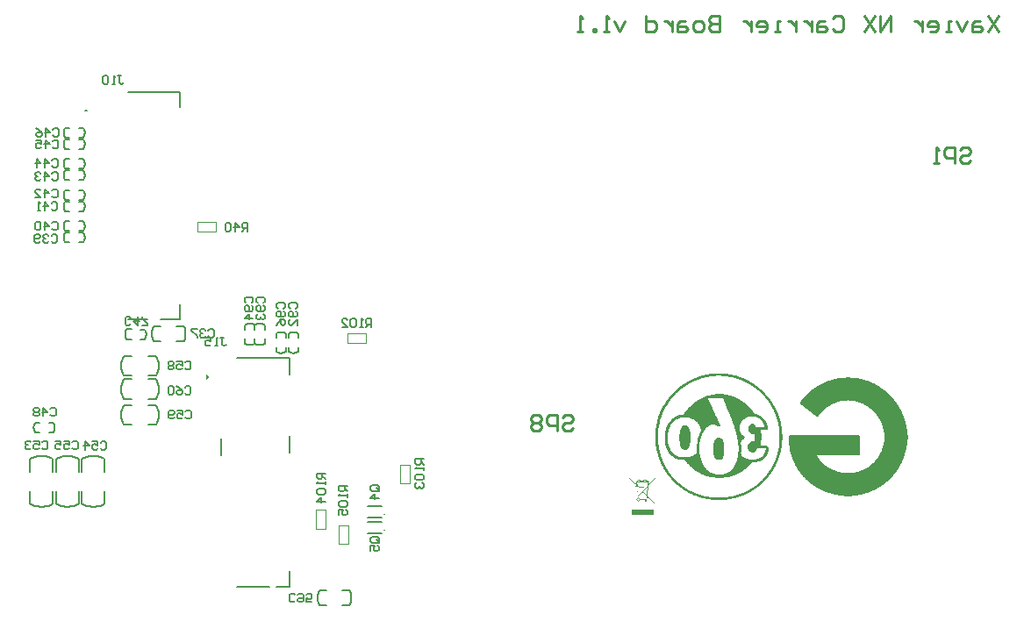
<source format=gbo>
G04*
G04 #@! TF.GenerationSoftware,Altium Limited,Altium Designer,20.1.12 (249)*
G04*
G04 Layer_Color=32896*
%FSLAX44Y44*%
%MOMM*%
G71*
G04*
G04 #@! TF.SameCoordinates,92C3D8CC-84FC-494B-B6CF-3A4A02D2A6DE*
G04*
G04*
G04 #@! TF.FilePolarity,Positive*
G04*
G01*
G75*
%ADD10C,0.2000*%
%ADD13C,0.2540*%
%ADD17C,0.1524*%
%ADD18C,0.1000*%
%ADD272C,0.1029*%
%ADD273C,0.0978*%
%ADD274C,0.0708*%
G36*
X444210Y541500D02*
X441380Y538670D01*
Y544330D01*
X444210Y541500D01*
D02*
G37*
G36*
X859979Y442100D02*
X859978Y442100D01*
D01*
X859979Y442100D01*
X859979D01*
X859979D01*
D02*
G37*
G36*
X857298Y441305D02*
X857298Y441305D01*
X857298Y441305D01*
X857299Y441305D01*
X857300Y441306D01*
X857301Y441306D01*
X857302Y441307D01*
X857302Y441307D01*
X857303Y441308D01*
X857298Y441305D01*
D02*
G37*
G36*
X867664Y440946D02*
X867663Y440946D01*
X867663Y440946D01*
X867664Y440946D01*
D02*
G37*
G36*
X856676Y440779D02*
D01*
Y440779D01*
Y440779D01*
X856676Y440781D01*
X856677Y440784D01*
X856678Y440787D01*
X856680Y440790D01*
X856682Y440791D01*
X856676Y440779D01*
D02*
G37*
G36*
X855936Y438161D02*
X856420Y438161D01*
X856318Y439260D01*
X856057D01*
Y440018D01*
X856525D01*
Y440018D01*
X856525Y440019D01*
X856525Y440021D01*
X856525Y440022D01*
X856525Y440023D01*
X856525Y440023D01*
X856675Y440779D01*
X856676Y440779D01*
X856676Y440779D01*
X856676Y440779D01*
X856676Y440779D01*
X856682Y440792D01*
X856682Y440791D01*
X856682Y440792D01*
X856682D01*
X856809Y440941D01*
X856809Y440941D01*
X856810Y440941D01*
X856811Y440942D01*
X856812Y440943D01*
X856813Y440944D01*
X856814Y440945D01*
X856813D01*
X856814Y440945D01*
X856814Y440945D01*
X856814Y440945D01*
X856814Y440945D01*
X856809Y440941D01*
X856809Y440941D01*
X856809Y440941D01*
X856809Y440941D01*
D01*
X856814Y440945D01*
D01*
X856814Y440945D01*
X856814Y440945D01*
X856814Y440945D01*
Y440945D01*
X857298Y441305D01*
X857298Y441305D01*
X857298Y441305D01*
X857298Y441305D01*
X857298Y441305D01*
X857298Y441305D01*
X857298Y441305D01*
X857298Y441305D01*
X857298Y441305D01*
X857298Y441305D01*
X857298D01*
X857303Y441308D01*
X858096Y441680D01*
X858097Y441680D01*
X858097Y441680D01*
X858098Y441681D01*
X858099Y441681D01*
X858100Y441682D01*
X858101Y441682D01*
X858101Y441682D01*
X859012Y441938D01*
X859012Y441939D01*
X859013Y441939D01*
X859013Y441939D01*
X859014Y441939D01*
X859014Y441939D01*
Y441939D01*
X859735Y442070D01*
X859735Y442070D01*
X859736Y442070D01*
X859736Y442070D01*
X859736Y442070D01*
X859736D01*
X859736Y442070D01*
X859736Y442070D01*
X859737Y442070D01*
X859737Y442070D01*
X859737Y442070D01*
X859978Y442100D01*
X859978D01*
X859978Y442100D01*
X859978Y442100D01*
X859978D01*
X859978Y442100D01*
X859978Y442100D01*
X859979D01*
X859979Y442100D01*
X859982Y442100D01*
Y442441D01*
X863556D01*
Y442153D01*
X863716Y442143D01*
X864537Y442058D01*
X865363Y441919D01*
X865525Y441882D01*
Y441957D01*
X866767D01*
X866767Y441504D01*
X866772Y441504D01*
X866778Y441501D01*
X866778D01*
X866778Y441501D01*
X866778Y441501D01*
D01*
X866778Y441501D01*
X866778D01*
X866779Y441501D01*
X866779Y441501D01*
X866779Y441501D01*
X866779Y441501D01*
X866779Y441501D01*
X866899Y441446D01*
X866900Y441446D01*
Y441446D01*
X866900Y441446D01*
X866900Y441446D01*
X866901Y441446D01*
X866901Y441446D01*
X866901Y441445D01*
X866902Y441445D01*
X866902Y441445D01*
X866902Y441445D01*
X866902Y441445D01*
X866902Y441445D01*
X867250Y441251D01*
X867250Y441251D01*
X867251Y441251D01*
X867252Y441250D01*
X867252Y441250D01*
X867253Y441249D01*
X867253Y441249D01*
X867660Y440949D01*
X867660Y440949D01*
X867661Y440948D01*
X867662Y440947D01*
X867663Y440946D01*
X867663Y440946D01*
D01*
X867663Y440946D01*
X867663Y440946D01*
X867663Y440946D01*
X867663D01*
X867663Y440946D01*
X867664Y440946D01*
X867664Y440946D01*
X867664Y440946D01*
X867664Y440945D01*
X867994Y440592D01*
X867994Y440591D01*
Y440591D01*
X867994Y440591D01*
X867995Y440590D01*
X867996Y440589D01*
X867997Y440588D01*
X867997Y440588D01*
X867998Y440587D01*
X868191Y440284D01*
X868191Y440283D01*
X868192Y440283D01*
X868192Y440282D01*
X868193Y440281D01*
X868193Y440280D01*
X868193Y440279D01*
X868240Y440170D01*
X868240Y440171D01*
X868246Y440158D01*
X868246Y440157D01*
X868246Y440157D01*
Y440157D01*
X868246Y440157D01*
X868246Y440157D01*
X868247Y440156D01*
X868247Y440156D01*
X868247Y440156D01*
X868292Y440038D01*
X868292Y440037D01*
X868292Y440037D01*
X868292Y440037D01*
X868292Y440036D01*
X868292Y440036D01*
X868295Y440025D01*
Y440025D01*
X868297Y440019D01*
X868297Y440018D01*
X869040D01*
Y439260D01*
X868202D01*
X868017Y437172D01*
X875030Y444558D01*
Y443729D01*
X867935Y436245D01*
X867099Y426801D01*
X874587Y419182D01*
X874160Y418762D01*
X867031Y426025D01*
X866736Y422689D01*
X866736Y422689D01*
X866736D01*
X866718Y422647D01*
X866674Y422569D01*
X866621Y422495D01*
X866561Y422428D01*
X866528Y422398D01*
X866528Y422398D01*
X866442Y422363D01*
X866413Y422359D01*
Y421262D01*
X865066D01*
Y422359D01*
X859717Y422356D01*
Y423083D01*
X866040D01*
X866351Y426717D01*
X862562Y430577D01*
X858279Y426058D01*
X858339Y425415D01*
X857468Y424835D01*
X857490Y425227D01*
X851434Y418838D01*
X851000Y419250D01*
X857541Y426139D01*
X856657Y435625D01*
X855001D01*
Y438161D01*
X855116Y438161D01*
X849554Y443826D01*
Y444655D01*
X855936Y438161D01*
D02*
G37*
G36*
X872843Y408482D02*
X852254D01*
Y413629D01*
X872843D01*
Y408482D01*
D02*
G37*
%LPC*%
G36*
X866778Y441501D02*
X866778Y441501D01*
X866779Y441501D01*
X866779Y441501D01*
X866779Y441501D01*
X866779Y441501D01*
X866778Y441501D01*
D02*
G37*
G36*
X862829Y441714D02*
X860709D01*
Y441380D01*
X862829D01*
Y441714D01*
D02*
G37*
G36*
X856809Y440941D02*
X856809Y440941D01*
Y440941D01*
X856809Y440941D01*
X856809Y440941D01*
X856809Y440941D01*
X856809Y440941D01*
D02*
G37*
G36*
X856676Y440779D02*
X856675Y440779D01*
X856675D01*
X856676Y440779D01*
D02*
G37*
G36*
X863556Y441409D02*
Y440653D01*
X859982D01*
X859982Y441304D01*
X859747Y441274D01*
X859039Y441140D01*
X858183Y440880D01*
X857507Y440508D01*
X857162Y440148D01*
X857107Y440018D01*
X865525D01*
Y441123D01*
X865366Y441161D01*
X864539Y441305D01*
X863715Y441397D01*
X863556Y441409D01*
D02*
G37*
G36*
X866768Y440648D02*
X866768Y440018D01*
X867460D01*
X867433Y440068D01*
X867181Y440360D01*
X866835Y440611D01*
X866768Y440648D01*
D02*
G37*
G36*
X855758Y437507D02*
X855637D01*
Y436279D01*
X856596D01*
X856557Y436693D01*
X855868Y437395D01*
X855758Y437507D01*
D02*
G37*
G36*
X867427Y439260D02*
X857048D01*
X857151Y438161D01*
X857468Y438160D01*
Y436602D01*
X859224Y434815D01*
X859224Y435656D01*
X863678D01*
Y434201D01*
X859827D01*
X862558Y431422D01*
X867171Y436281D01*
X867427Y439260D01*
D02*
G37*
G36*
X867092Y435355D02*
X862968Y431005D01*
X866418Y427494D01*
X867092Y435355D01*
D02*
G37*
G36*
X857468Y435765D02*
Y435625D01*
X857387D01*
X858206Y426839D01*
X862152Y430994D01*
X857468Y435765D01*
D02*
G37*
%LPD*%
D10*
X326250Y798750D02*
X324250D01*
X326250D01*
X323000Y712250D02*
X323878Y714553D01*
X324177Y717000D01*
X323878Y719447D01*
X323000Y721750D01*
X305045Y721768D02*
X304167Y719465D01*
X303868Y717018D01*
X304167Y714571D01*
X305045Y712268D01*
X323000Y701250D02*
X323878Y703553D01*
X324177Y706000D01*
X323878Y708447D01*
X323000Y710750D01*
X305045Y710768D02*
X304167Y708465D01*
X303868Y706018D01*
X304167Y703571D01*
X305045Y701268D01*
X390250Y590000D02*
X389380Y587753D01*
X388851Y585403D01*
X388673Y583000D01*
X388851Y580597D01*
X389380Y578247D01*
X390250Y576000D01*
X419750D02*
X420620Y578247D01*
X421149Y580597D01*
X421327Y583000D01*
X421149Y585403D01*
X420620Y587753D01*
X419750Y590000D01*
X318500Y462250D02*
X316181Y463275D01*
X313769Y464053D01*
X311289Y464577D01*
X308768Y464840D01*
X306232D01*
X303711Y464577D01*
X301231Y464053D01*
X298818Y463275D01*
X296500Y462250D01*
Y418750D02*
X298819Y417725D01*
X301231Y416947D01*
X303711Y416423D01*
X306232Y416160D01*
X308768D01*
X311289Y416423D01*
X313769Y416947D01*
X316182Y417725D01*
X318500Y418750D01*
X323000Y731250D02*
X323878Y733553D01*
X324177Y736000D01*
X323878Y738447D01*
X323000Y740750D01*
X305045Y740768D02*
X304167Y738465D01*
X303868Y736018D01*
X304167Y733571D01*
X305045Y731268D01*
X323000Y742250D02*
X323878Y744553D01*
X324177Y747000D01*
X323878Y749447D01*
X323000Y751750D01*
X305045Y751768D02*
X304167Y749465D01*
X303868Y747018D01*
X304167Y744571D01*
X305045Y742268D01*
Y691768D02*
X304167Y689465D01*
X303868Y687018D01*
X304167Y684571D01*
X305045Y682268D01*
X323000Y682250D02*
X323878Y684553D01*
X324177Y687000D01*
X323878Y689447D01*
X323000Y691750D01*
X305045Y680768D02*
X304167Y678465D01*
X303868Y676018D01*
X304167Y673571D01*
X305045Y671268D01*
X323000Y671250D02*
X323878Y673553D01*
X324177Y676000D01*
X323878Y678447D01*
X323000Y680750D01*
Y761250D02*
X323878Y763553D01*
X324177Y766000D01*
X323878Y768447D01*
X323000Y770750D01*
X305045Y770768D02*
X304167Y768465D01*
X303868Y766018D01*
X304167Y763571D01*
X305045Y761268D01*
X323000Y772250D02*
X323878Y774553D01*
X324177Y777000D01*
X323878Y779447D01*
X323000Y781750D01*
X305045Y781768D02*
X304167Y779465D01*
X303868Y777018D01*
X304167Y774571D01*
X305045Y772268D01*
X518250Y583500D02*
X515947Y584378D01*
X513500Y584677D01*
X511053Y584378D01*
X508750Y583500D01*
X508732Y565545D02*
X511035Y564667D01*
X513482Y564368D01*
X515929Y564667D01*
X518232Y565545D01*
X382455Y577732D02*
X383333Y580035D01*
X383632Y582482D01*
X383333Y584929D01*
X382455Y587232D01*
X364500Y587250D02*
X363622Y584947D01*
X363323Y582500D01*
X363622Y580053D01*
X364500Y577750D01*
X361999Y513998D02*
X360844Y511785D01*
X360003Y509434D01*
X359492Y506990D01*
X359320Y504499D01*
X359492Y502008D01*
X360003Y499564D01*
X360844Y497213D01*
X362000Y495000D01*
X393001Y495002D02*
X394156Y497215D01*
X394997Y499566D01*
X395508Y502010D01*
X395680Y504501D01*
X395508Y506992D01*
X394997Y509436D01*
X394156Y511787D01*
X393000Y514000D01*
X361999Y538998D02*
X360844Y536785D01*
X360003Y534434D01*
X359492Y531990D01*
X359320Y529499D01*
X359492Y527008D01*
X360003Y524564D01*
X360844Y522213D01*
X362000Y520000D01*
X393001Y520002D02*
X394156Y522215D01*
X394997Y524566D01*
X395508Y527010D01*
X395680Y529501D01*
X395508Y531992D01*
X394997Y534436D01*
X394156Y536787D01*
X393000Y539000D01*
X361999Y561498D02*
X360844Y559285D01*
X360003Y556934D01*
X359492Y554490D01*
X359320Y551999D01*
X359492Y549508D01*
X360003Y547064D01*
X360844Y544713D01*
X362000Y542500D01*
X393001Y542502D02*
X394156Y544715D01*
X394997Y547066D01*
X395508Y549510D01*
X395680Y552001D01*
X395508Y554492D01*
X394997Y556936D01*
X394156Y559287D01*
X393000Y561500D01*
X478750Y573500D02*
X481053Y572622D01*
X483500Y572323D01*
X485947Y572622D01*
X488250Y573500D01*
X488268Y591455D02*
X485965Y592333D01*
X483518Y592632D01*
X481071Y592333D01*
X478768Y591455D01*
X488250Y573500D02*
X490553Y572622D01*
X493000Y572323D01*
X495447Y572622D01*
X497750Y573500D01*
X497768Y591455D02*
X495465Y592333D01*
X493018Y592632D01*
X490571Y592333D01*
X488268Y591455D01*
X550250Y335000D02*
X549380Y332753D01*
X548851Y330403D01*
X548673Y328000D01*
X548851Y325597D01*
X549380Y323247D01*
X550250Y321000D01*
X579750D02*
X580620Y323247D01*
X581149Y325597D01*
X581327Y328000D01*
X581149Y330403D01*
X580620Y332753D01*
X579750Y335000D01*
X530250Y583500D02*
X527947Y584378D01*
X525500Y584677D01*
X523053Y584378D01*
X520750Y583500D01*
X520732Y565545D02*
X523035Y564667D01*
X525482Y564368D01*
X527929Y564667D01*
X530232Y565545D01*
X276000Y497250D02*
X275122Y494947D01*
X274823Y492500D01*
X275122Y490053D01*
X276000Y487750D01*
X293955Y487732D02*
X294833Y490035D01*
X295132Y492482D01*
X294833Y494929D01*
X293955Y497232D01*
X343500Y462250D02*
X341181Y463275D01*
X338769Y464053D01*
X336289Y464577D01*
X333768Y464840D01*
X331232D01*
X328711Y464577D01*
X326231Y464053D01*
X323819Y463275D01*
X321500Y462250D01*
Y418750D02*
X323819Y417725D01*
X326231Y416947D01*
X328711Y416423D01*
X331232Y416160D01*
X333768D01*
X336289Y416423D01*
X338769Y416947D01*
X341181Y417725D01*
X343500Y418750D01*
X271500D02*
X273819Y417725D01*
X276231Y416947D01*
X278711Y416423D01*
X281232Y416160D01*
X283768D01*
X286289Y416423D01*
X288769Y416947D01*
X291182Y417725D01*
X293500Y418750D01*
Y462250D02*
X291181Y463275D01*
X288769Y464053D01*
X286289Y464577D01*
X283768Y464840D01*
X281232D01*
X278711Y464577D01*
X276231Y464053D01*
X273818Y463275D01*
X271500Y462250D01*
X366000Y597000D02*
X385000D01*
X397000D02*
X416000D01*
Y611500D01*
Y801500D02*
Y816000D01*
X366000D02*
X416000D01*
X318500Y721750D02*
X323000D01*
X318500Y712250D02*
X323000D01*
X305045Y721768D02*
X309545D01*
X305045Y712268D02*
X309545D01*
X318500Y710750D02*
X323000D01*
X318500Y701250D02*
X323000D01*
X305045Y710768D02*
X309545D01*
X305045Y701268D02*
X309545D01*
X390250Y576000D02*
X397500D01*
X390250Y590000D02*
X397500D01*
X412500Y576000D02*
X419750D01*
X412500Y590000D02*
X419750D01*
X930690Y543872D02*
X941358D01*
X928404Y543618D02*
X943644D01*
X926626Y543364D02*
X945422D01*
X939072Y543110D02*
X946946D01*
X925102D02*
X932722D01*
X942374Y542856D02*
X948216D01*
X923832D02*
X929420D01*
X944406Y542602D02*
X949486D01*
X922562D02*
X927388D01*
X945930Y542348D02*
X950502D01*
X921546D02*
X925864D01*
X947454Y542094D02*
X951518D01*
X920530D02*
X924340D01*
X948470Y541840D02*
X952280D01*
X919768D02*
X923324D01*
X949740Y541586D02*
X953296D01*
X918752D02*
X922054D01*
X950756Y541332D02*
X954058D01*
X917990D02*
X921038D01*
X951772Y541078D02*
X954820D01*
X917228D02*
X920022D01*
X952534Y540824D02*
X955582D01*
X916466D02*
X919260D01*
X953550Y540570D02*
X956344D01*
X915704D02*
X918244D01*
X1058960Y540316D02*
X1062008D01*
X954312D02*
X957106D01*
X914942D02*
X917482D01*
X1058198Y540062D02*
X1063024D01*
X955074D02*
X957614D01*
X914434D02*
X916720D01*
X1055150Y539808D02*
X1066072D01*
X955836D02*
X958376D01*
X913672D02*
X915958D01*
X1053118Y539554D02*
X1067850D01*
X956598D02*
X958884D01*
X912910D02*
X915450D01*
X1051594Y539300D02*
X1069628D01*
X957106D02*
X959646D01*
X912402D02*
X914688D01*
X1050070Y539046D02*
X1071152D01*
X957868D02*
X960154D01*
X911894D02*
X913926D01*
X1049054Y538792D02*
X1072168D01*
X958630D02*
X960662D01*
X911386D02*
X913418D01*
X1047784Y538538D02*
X1073438D01*
X959138D02*
X961170D01*
X910624D02*
X912656D01*
X1046768Y538284D02*
X1074454D01*
X959646D02*
X961678D01*
X910116D02*
X912148D01*
X1045752Y538030D02*
X1075470D01*
X960408D02*
X962440D01*
X909608D02*
X911640D01*
X1044990Y537776D02*
X1076232D01*
X960916D02*
X962948D01*
X909100D02*
X910878D01*
X1043974Y537522D02*
X1077248D01*
X961424D02*
X963456D01*
X908592D02*
X910370D01*
X1043212Y537268D02*
X1078010D01*
X961932D02*
X963710D01*
X908084D02*
X909862D01*
X1042450Y537014D02*
X1078772D01*
X962440D02*
X964218D01*
X907576D02*
X909354D01*
X1041688Y536760D02*
X1079534D01*
X962948D02*
X964726D01*
X907322D02*
X908846D01*
X1040926Y536506D02*
X1080296D01*
X963456D02*
X965234D01*
X906814D02*
X908338D01*
X1040418Y536252D02*
X1080804D01*
X963964D02*
X965742D01*
X906306D02*
X907830D01*
X1039656Y535998D02*
X1081566D01*
X964472D02*
X966250D01*
X905798D02*
X907322D01*
X1039148Y535744D02*
X1082074D01*
X964980D02*
X966504D01*
X905290D02*
X907068D01*
X1038386Y535490D02*
X1082836D01*
X965488D02*
X967012D01*
X905036D02*
X906560D01*
X1038132Y535236D02*
X1083344D01*
X965742D02*
X967520D01*
X904528D02*
X906052D01*
X1037370Y534982D02*
X1083852D01*
X966250D02*
X967774D01*
X904274D02*
X905544D01*
X1036862Y534728D02*
X1084360D01*
X966758D02*
X968282D01*
X903766D02*
X905290D01*
X1036100Y534474D02*
X1085122D01*
X967266D02*
X968536D01*
X903258D02*
X904782D01*
X1035846Y534220D02*
X1085376D01*
X967520D02*
X969044D01*
X903004D02*
X904274D01*
X1035338Y533966D02*
X1086138D01*
X968028D02*
X969298D01*
X902496D02*
X904020D01*
X1034830Y533712D02*
X1086646D01*
X968282D02*
X969806D01*
X902242D02*
X903512D01*
X1034322Y533458D02*
X1087154D01*
X968790D02*
X970060D01*
X901734D02*
X903258D01*
X1033814Y533204D02*
X1087408D01*
X969298D02*
X970568D01*
X901480D02*
X902750D01*
X1033306Y532950D02*
X1087916D01*
X969552D02*
X970822D01*
X901226D02*
X902496D01*
X1032798Y532696D02*
X1088424D01*
X970060D02*
X971330D01*
X900718D02*
X901988D01*
X1032544Y532442D02*
X1088932D01*
X970314D02*
X971584D01*
X900464D02*
X901734D01*
X1032036Y532188D02*
X1089186D01*
X970822D02*
X971838D01*
X899956D02*
X901226D01*
X1031528Y531934D02*
X1089694D01*
X971076D02*
X972346D01*
X899702D02*
X900972D01*
X1031274Y531680D02*
X1090202D01*
X971330D02*
X972600D01*
X899448D02*
X900464D01*
X1030766Y531426D02*
X1090456D01*
X971838D02*
X972854D01*
X898940D02*
X900210D01*
X1030258Y531172D02*
X1090964D01*
X972092D02*
X973362D01*
X898686D02*
X899956D01*
X1030004Y530918D02*
X1091218D01*
X972346D02*
X973616D01*
X898432D02*
X899448D01*
X1029496Y530664D02*
X1091726D01*
X972854D02*
X973870D01*
X898178D02*
X899194D01*
X1029242Y530410D02*
X1091980D01*
X973108D02*
X974124D01*
X897670D02*
X898940D01*
X1028734Y530156D02*
X1092488D01*
X973362D02*
X974378D01*
X897416D02*
X898686D01*
X1028480Y529902D02*
X1092742D01*
X973870D02*
X974886D01*
X897162D02*
X898178D01*
X1027972Y529648D02*
X1093250D01*
X974124D02*
X975140D01*
X896908D02*
X897924D01*
X1027718Y529394D02*
X1093504D01*
X974378D02*
X975394D01*
X896654D02*
X897670D01*
X1027464Y529140D02*
X1094012D01*
X974632D02*
X975648D01*
X896400D02*
X897416D01*
X1027210Y528886D02*
X1094266D01*
X974886D02*
X975902D01*
X895892D02*
X897162D01*
X1026702Y528632D02*
X1094520D01*
X975394D02*
X976156D01*
X895638D02*
X896654D01*
X1026448Y528378D02*
X1094774D01*
X975648D02*
X976410D01*
X895384D02*
X896400D01*
X1025940Y528124D02*
X1095282D01*
X975902D02*
X976918D01*
X895130D02*
X896146D01*
X1025686Y527870D02*
X1095536D01*
X976156D02*
X977172D01*
X894876D02*
X895892D01*
X1025432Y527616D02*
X1095790D01*
X976410D02*
X977426D01*
X894622D02*
X895638D01*
X1025178Y527362D02*
X1096298D01*
X976664D02*
X977680D01*
X894368D02*
X895384D01*
X1024670Y527108D02*
X1096552D01*
X976918D02*
X977934D01*
X894114D02*
X895130D01*
X1024416Y526854D02*
X1096806D01*
X977172D02*
X978188D01*
X893860D02*
X894876D01*
X1024162Y526600D02*
X1097060D01*
X977426D02*
X978442D01*
X893606D02*
X894368D01*
X1023908Y526346D02*
X1097314D01*
X977680D02*
X978696D01*
X893352D02*
X894114D01*
X1023654Y526092D02*
X1097822D01*
X977934D02*
X978950D01*
X893098D02*
X893860D01*
X1023146Y525838D02*
X1098076D01*
X978188D02*
X979204D01*
X892844D02*
X893606D01*
X1022892Y525584D02*
X1098330D01*
X978442D02*
X979458D01*
X892590D02*
X893352D01*
X1022638Y525330D02*
X1098584D01*
X978950D02*
X979712D01*
X892336D02*
X893098D01*
X1022384Y525076D02*
X1098838D01*
X978950D02*
X979966D01*
X892082D02*
X893098D01*
X1022130Y524822D02*
X1099092D01*
X979204D02*
X980220D01*
X891828D02*
X892844D01*
X1021876Y524568D02*
X1099346D01*
X979458D02*
X980474D01*
X891574D02*
X892590D01*
X1021622Y524314D02*
X1099600D01*
X979712D02*
X980728D01*
X891320D02*
X892336D01*
X1021368Y524060D02*
X1099854D01*
X979966D02*
X980728D01*
X891066D02*
X892082D01*
X1021114Y523806D02*
X1100108D01*
X980220D02*
X980982D01*
X932468D02*
X940850D01*
X890812D02*
X891828D01*
X1020860Y523552D02*
X1100362D01*
X980474D02*
X981236D01*
X930436D02*
X942882D01*
X890812D02*
X891574D01*
X1020606Y523298D02*
X1100616D01*
X980728D02*
X981490D01*
X929166D02*
X944152D01*
X890558D02*
X891320D01*
X1020352Y523044D02*
X1100870D01*
X980982D02*
X981744D01*
X927896D02*
X945422D01*
X890304D02*
X891066D01*
X1020098Y522790D02*
X1101124D01*
X981236D02*
X981998D01*
X926880D02*
X946438D01*
X890050D02*
X890812D01*
X1019844Y522536D02*
X1101378D01*
X981236D02*
X982252D01*
X925864D02*
X947200D01*
X889796D02*
X890812D01*
X1019590Y522282D02*
X1101632D01*
X981490D02*
X982506D01*
X923832D02*
X948216D01*
X889542D02*
X890558D01*
X1019336Y522028D02*
X1101886D01*
X981744D02*
X982506D01*
X923578D02*
X948978D01*
X889288D02*
X890304D01*
X1019082Y521774D02*
X1102140D01*
X981998D02*
X982760D01*
X923324D02*
X949740D01*
X889288D02*
X890050D01*
X1018828Y521520D02*
X1102394D01*
X982252D02*
X983014D01*
X922816D02*
X950248D01*
X889034D02*
X889796D01*
X1018574Y521266D02*
X1102648D01*
X982506D02*
X983268D01*
X922054D02*
X951010D01*
X888780D02*
X889796D01*
X1018320Y521012D02*
X1102902D01*
X982506D02*
X983522D01*
X940850D02*
X951518D01*
X921546D02*
X924594D01*
X888526D02*
X889542D01*
X1018320Y520758D02*
X1103156D01*
X982760D02*
X983522D01*
X941104D02*
X952280D01*
X920784D02*
X924594D01*
X888272D02*
X889288D01*
X1018066Y520504D02*
X1103156D01*
X983014D02*
X983776D01*
X941104D02*
X952788D01*
X920276D02*
X924848D01*
X888272D02*
X889034D01*
X1017812Y520250D02*
X1103410D01*
X983268D02*
X984030D01*
X941358D02*
X953296D01*
X919768D02*
X924848D01*
X888018D02*
X888780D01*
X1017558Y519996D02*
X1103664D01*
X983268D02*
X984284D01*
X941358D02*
X953804D01*
X919260D02*
X925102D01*
X887764D02*
X888780D01*
X1017304Y519742D02*
X1103918D01*
X983522D02*
X984538D01*
X941358D02*
X954312D01*
X918752D02*
X925102D01*
X887510D02*
X888526D01*
X1061754Y519488D02*
X1104172D01*
X1017050D02*
X1059468D01*
X983776D02*
X984538D01*
X941612D02*
X954820D01*
X918244D02*
X925356D01*
X887510D02*
X888272D01*
X1064802Y519234D02*
X1104426D01*
X1017050D02*
X1056420D01*
X984030D02*
X984792D01*
X941612D02*
X955328D01*
X917736D02*
X925356D01*
X887256D02*
X888018D01*
X1066580Y518980D02*
X1104426D01*
X1016796D02*
X1054642D01*
X984030D02*
X985046D01*
X941866D02*
X955582D01*
X917482D02*
X925356D01*
X887002D02*
X888018D01*
X1067850Y518726D02*
X1104680D01*
X1016542D02*
X1053372D01*
X984284D02*
X985046D01*
X941866D02*
X956090D01*
X916974D02*
X925610D01*
X886748D02*
X887764D01*
X1069120Y518472D02*
X1104934D01*
X1016288D02*
X1052102D01*
X984538D02*
X985300D01*
X942120D02*
X956598D01*
X916466D02*
X925610D01*
X886748D02*
X887510D01*
X1069882Y518218D02*
X1105188D01*
X1016034D02*
X1051340D01*
X984792D02*
X985554D01*
X942120D02*
X956852D01*
X915958D02*
X925864D01*
X886494D02*
X887510D01*
X1071152Y517964D02*
X1105442D01*
X1016034D02*
X1050324D01*
X984792D02*
X985808D01*
X942120D02*
X957360D01*
X915704D02*
X925864D01*
X886240D02*
X887256D01*
X1071660Y517710D02*
X1105442D01*
X1015780D02*
X1049562D01*
X985046D02*
X985808D01*
X942374D02*
X957868D01*
X915196D02*
X926118D01*
X886240D02*
X887002D01*
X1072676Y517456D02*
X1105696D01*
X1015526D02*
X1048546D01*
X985300D02*
X986062D01*
X942374D02*
X958122D01*
X914942D02*
X926118D01*
X885986D02*
X887002D01*
X1073184Y517202D02*
X1105950D01*
X1015272D02*
X1048038D01*
X985300D02*
X986316D01*
X942628D02*
X958630D01*
X914434D02*
X926372D01*
X885732D02*
X886748D01*
X1073946Y516948D02*
X1105950D01*
X1015018D02*
X1047276D01*
X985554D02*
X986316D01*
X942628D02*
X958884D01*
X914180D02*
X926372D01*
X885732D02*
X886494D01*
X1074454Y516694D02*
X1106204D01*
X1015018D02*
X1046768D01*
X985808D02*
X986570D01*
X942628D02*
X959138D01*
X913672D02*
X926626D01*
X885478D02*
X886494D01*
X1075216Y516440D02*
X1106458D01*
X1015018D02*
X1046260D01*
X985808D02*
X986824D01*
X942882D02*
X959646D01*
X913418D02*
X926626D01*
X885224D02*
X886240D01*
X1075724Y516186D02*
X1106712D01*
X1015272D02*
X1045752D01*
X986062D02*
X986824D01*
X942882D02*
X959900D01*
X913164D02*
X926626D01*
X885224D02*
X885986D01*
X1076232Y515932D02*
X1106966D01*
X1015526D02*
X1044990D01*
X986316D02*
X987078D01*
X943136D02*
X960154D01*
X912656D02*
X926880D01*
X884970D02*
X885986D01*
X1076740Y515678D02*
X1106966D01*
X1015780D02*
X1044736D01*
X986316D02*
X987078D01*
X943136D02*
X960662D01*
X912402D02*
X926880D01*
X884716D02*
X885732D01*
X1077248Y515424D02*
X1107220D01*
X1016288D02*
X1043974D01*
X986570D02*
X987332D01*
X943390D02*
X960916D01*
X912148D02*
X927134D01*
X884716D02*
X885478D01*
X1077502Y515170D02*
X1107474D01*
X1016542D02*
X1043720D01*
X986570D02*
X987586D01*
X943390D02*
X961170D01*
X911894D02*
X927134D01*
X884462D02*
X885478D01*
X1078010Y514916D02*
X1107474D01*
X1016796D02*
X1043212D01*
X986824D02*
X987586D01*
X943390D02*
X961424D01*
X911386D02*
X927388D01*
X884208D02*
X885224D01*
X1078518Y514662D02*
X1107728D01*
X1017304D02*
X1042704D01*
X987078D02*
X987840D01*
X943644D02*
X961932D01*
X911132D02*
X927388D01*
X884208D02*
X885224D01*
X1079026Y514408D02*
X1107982D01*
X1017558D02*
X1042196D01*
X987078D02*
X988094D01*
X943644D02*
X962186D01*
X910878D02*
X927642D01*
X883954D02*
X884970D01*
X1079280Y514154D02*
X1107982D01*
X1017812D02*
X1041942D01*
X987332D02*
X988094D01*
X943898D02*
X962440D01*
X910624D02*
X927642D01*
X883954D02*
X884716D01*
X1079788Y513900D02*
X1108236D01*
X1018066D02*
X1041434D01*
X987332D02*
X988348D01*
X943898D02*
X962694D01*
X910370D02*
X927896D01*
X883700D02*
X884716D01*
X1080296Y513646D02*
X1108490D01*
X1018574D02*
X1040926D01*
X987586D02*
X988348D01*
X944152D02*
X962948D01*
X910116D02*
X927896D01*
X883446D02*
X884462D01*
X1080550Y513392D02*
X1108490D01*
X1018828D02*
X1040672D01*
X987840D02*
X988602D01*
X944152D02*
X963202D01*
X909862D02*
X927896D01*
X883446D02*
X884208D01*
X1081058Y513138D02*
X1108490D01*
X1019082D02*
X1040164D01*
X987840D02*
X988602D01*
X944152D02*
X963456D01*
X909354D02*
X928150D01*
X882938D02*
X883954D01*
X1081312Y512884D02*
X1108744D01*
X1019336D02*
X1039910D01*
X988094D02*
X988856D01*
X944406D02*
X963710D01*
X909354D02*
X928150D01*
X882684D02*
X883700D01*
X1081566Y512630D02*
X1108998D01*
X1019844D02*
X1039402D01*
X988094D02*
X989110D01*
X944406D02*
X963964D01*
X908846D02*
X928404D01*
X882684D02*
X883700D01*
X1082074Y512376D02*
X1108998D01*
X1020098D02*
X1039148D01*
X988348D02*
X989110D01*
X944660D02*
X964218D01*
X908846D02*
X928404D01*
X882684D02*
X883446D01*
X1082328Y512122D02*
X1109252D01*
X1020352D02*
X1038894D01*
X988348D02*
X989364D01*
X944660D02*
X964472D01*
X908338D02*
X928658D01*
X882430D02*
X883446D01*
X1082582Y511868D02*
X1109506D01*
X1020860D02*
X1038640D01*
X988602D02*
X989364D01*
X944660D02*
X964726D01*
X908338D02*
X928658D01*
X882430D02*
X883446D01*
X1083090Y511614D02*
X1109506D01*
X1021114D02*
X1038132D01*
X988602D02*
X989618D01*
X944914D02*
X964980D01*
X907830D02*
X928912D01*
X881922D02*
X883192D01*
X1083344Y511360D02*
X1109760D01*
X1021368D02*
X1037878D01*
X988856D02*
X989618D01*
X944914D02*
X965234D01*
X907830D02*
X928912D01*
X881922D02*
X883192D01*
X1083598Y511106D02*
X1109760D01*
X1021876D02*
X1037624D01*
X989110D02*
X989872D01*
X945168D02*
X965488D01*
X907322D02*
X929166D01*
X881922D02*
X882938D01*
X1083852Y510852D02*
X1110014D01*
X1022130D02*
X1037370D01*
X989110D02*
X989872D01*
X945168D02*
X965742D01*
X907322D02*
X929166D01*
X881668D02*
X882684D01*
X1084106Y510598D02*
X1110014D01*
X1022384D02*
X1036862D01*
X989364D02*
X990126D01*
X945422D02*
X965996D01*
X907068D02*
X929166D01*
X881668D02*
X882684D01*
X1084360Y510344D02*
X1110268D01*
X1022638D02*
X1036608D01*
X989364D02*
X990126D01*
X945422D02*
X966250D01*
X906814D02*
X929420D01*
X881414D02*
X882430D01*
X1084868Y510090D02*
X1110522D01*
X1023146D02*
X1036354D01*
X989618D02*
X990380D01*
X945422D02*
X966504D01*
X906560D02*
X929420D01*
X881414D02*
X882430D01*
X1085122Y509836D02*
X1110522D01*
X1023400D02*
X1036100D01*
X989618D02*
X990380D01*
X945676D02*
X966758D01*
X906306D02*
X929674D01*
X881414D02*
X882176D01*
X1085376Y509582D02*
X1110776D01*
X1023654D02*
X1035846D01*
X989618D02*
X990634D01*
X945676D02*
X966758D01*
X906052D02*
X929674D01*
X880906D02*
X881922D01*
X1085630Y509328D02*
X1110776D01*
X1023908D02*
X1035592D01*
X989872D02*
X990634D01*
X945930D02*
X967012D01*
X905798D02*
X929928D01*
X880906D02*
X881922D01*
X1085884Y509074D02*
X1111030D01*
X1024416D02*
X1035338D01*
X989872D02*
X990888D01*
X945930D02*
X967266D01*
X905544D02*
X929928D01*
X880906D02*
X881922D01*
X1086138Y508820D02*
X1111030D01*
X1024670D02*
X1035084D01*
X990126D02*
X990888D01*
X946184D02*
X967520D01*
X905544D02*
X930182D01*
X880652D02*
X881922D01*
X1086392Y508566D02*
X1111284D01*
X1024924D02*
X1034830D01*
X990126D02*
X991142D01*
X946184D02*
X967774D01*
X905290D02*
X930182D01*
X880652D02*
X881668D01*
X1086646Y508312D02*
X1111284D01*
X1025432D02*
X1034576D01*
X990380D02*
X991142D01*
X946184D02*
X968028D01*
X905036D02*
X930436D01*
X880398D02*
X881414D01*
X1086900Y508058D02*
X1111538D01*
X1025686D02*
X1034322D01*
X990380D02*
X991142D01*
X946438D02*
X968028D01*
X904782D02*
X930436D01*
X880398D02*
X881414D01*
X1087154Y507804D02*
X1111538D01*
X1025940D02*
X1034068D01*
X990634D02*
X991396D01*
X946438D02*
X968282D01*
X904782D02*
X930436D01*
X880144D02*
X881160D01*
X1087408Y507550D02*
X1111792D01*
X1026194D02*
X1033814D01*
X990634D02*
X991396D01*
X946692D02*
X968536D01*
X904528D02*
X930690D01*
X880144D02*
X881160D01*
X1087408Y507296D02*
X1111792D01*
X1026702D02*
X1033814D01*
X990888D02*
X991650D01*
X946692D02*
X968790D01*
X904274D02*
X930690D01*
X880144D02*
X881160D01*
X1087662Y507042D02*
X1111792D01*
X1026956D02*
X1033560D01*
X990888D02*
X991650D01*
X946692D02*
X968790D01*
X904020D02*
X930944D01*
X879890D02*
X881160D01*
X1087916Y506788D02*
X1112046D01*
X1027210D02*
X1033306D01*
X990888D02*
X991904D01*
X946946D02*
X969044D01*
X904020D02*
X930944D01*
X879890D02*
X880906D01*
X1088170Y506534D02*
X1112300D01*
X1027464D02*
X1033052D01*
X991142D02*
X991904D01*
X946946D02*
X969298D01*
X903766D02*
X931198D01*
X879636D02*
X880906D01*
X1088424Y506280D02*
X1112300D01*
X1027972D02*
X1032798D01*
X991142D02*
X991904D01*
X947200D02*
X969298D01*
X903512D02*
X931198D01*
X879636D02*
X880652D01*
X1088678Y506026D02*
X1112300D01*
X1028226D02*
X1032544D01*
X991396D02*
X992158D01*
X947200D02*
X969552D01*
X903512D02*
X931452D01*
X879636D02*
X880398D01*
X1088932Y505772D02*
X1112554D01*
X1028480D02*
X1032290D01*
X991396D02*
X992158D01*
X947454D02*
X969806D01*
X903258D02*
X931452D01*
X879382D02*
X880398D01*
X1088932Y505518D02*
X1112554D01*
X1028734D02*
X1032290D01*
X991396D02*
X992412D01*
X947454D02*
X969806D01*
X903004D02*
X931706D01*
X879382D02*
X880398D01*
X1089186Y505264D02*
X1112808D01*
X1029242D02*
X1032036D01*
X991650D02*
X992412D01*
X947454D02*
X970060D01*
X903004D02*
X931706D01*
X879382D02*
X880398D01*
X1089440Y505010D02*
X1112808D01*
X1029496D02*
X1031782D01*
X991650D02*
X992412D01*
X947708D02*
X970822D01*
X902750D02*
X931706D01*
X879128D02*
X880144D01*
X1089440Y504756D02*
X1112808D01*
X1030004D02*
X1031782D01*
X991904D02*
X992666D01*
X947708D02*
X972092D01*
X902496D02*
X931960D01*
X879128D02*
X880144D01*
X1089694Y504502D02*
X1113062D01*
X1030258D02*
X1031528D01*
X991904D02*
X992666D01*
X947962D02*
X972854D01*
X902496D02*
X931960D01*
X879128D02*
X880144D01*
X1089948Y504248D02*
X1113062D01*
X1030512D02*
X1031274D01*
X991904D02*
X992666D01*
X947962D02*
X973616D01*
X900972D02*
X932214D01*
X878874D02*
X880144D01*
X1089948Y503994D02*
X1113316D01*
X1030766D02*
X1031020D01*
X992158D02*
X992920D01*
X947962D02*
X974124D01*
X899194D02*
X932214D01*
X878874D02*
X879890D01*
X1090202Y503740D02*
X1113316D01*
X992158D02*
X992920D01*
X970822D02*
X974886D01*
X948216D02*
X965234D01*
X897924D02*
X932468D01*
X878366D02*
X879636D01*
X1090456Y503486D02*
X1113316D01*
X992158D02*
X993174D01*
X972092D02*
X975140D01*
X948216D02*
X963964D01*
X897162D02*
X932468D01*
X878366D02*
X879636D01*
X1090710Y503232D02*
X1113316D01*
X992412D02*
X993174D01*
X972854D02*
X975648D01*
X948470D02*
X963202D01*
X896400D02*
X932722D01*
X878366D02*
X879636D01*
X1090710Y502978D02*
X1113570D01*
X992412D02*
X993174D01*
X973616D02*
X976156D01*
X948470D02*
X962440D01*
X905290D02*
X932722D01*
X895638D02*
X900972D01*
X878366D02*
X879382D01*
X1090964Y502724D02*
X1113824D01*
X992412D02*
X993428D01*
X974124D02*
X976410D01*
X948470D02*
X961932D01*
X907322D02*
X932976D01*
X895130D02*
X899194D01*
X878366D02*
X879382D01*
X1090964Y502470D02*
X1113824D01*
X992666D02*
X993428D01*
X974886D02*
X976664D01*
X948724D02*
X961424D01*
X908338D02*
X932976D01*
X894622D02*
X897924D01*
X878366D02*
X879382D01*
X1091218Y502216D02*
X1113824D01*
X992666D02*
X993428D01*
X975140D02*
X977172D01*
X948724D02*
X960916D01*
X909354D02*
X932976D01*
X894114D02*
X897162D01*
X878112D02*
X879382D01*
X1091472Y501962D02*
X1113824D01*
X992666D02*
X993682D01*
X975648D02*
X977426D01*
X948724D02*
X960408D01*
X910116D02*
X933230D01*
X893860D02*
X896400D01*
X878112D02*
X879128D01*
X1091472Y501708D02*
X1114078D01*
X992920D02*
X993682D01*
X976156D02*
X977680D01*
X948978D02*
X960154D01*
X910624D02*
X933230D01*
X893352D02*
X895638D01*
X878112D02*
X879128D01*
X1091726Y501454D02*
X1114078D01*
X992920D02*
X993682D01*
X976410D02*
X977934D01*
X948978D02*
X959900D01*
X911132D02*
X933484D01*
X892844D02*
X895130D01*
X877858D02*
X878874D01*
X1091980Y501200D02*
X1114332D01*
X992920D02*
X993682D01*
X976664D02*
X978188D01*
X949232D02*
X959392D01*
X911894D02*
X933484D01*
X892590D02*
X894622D01*
X877858D02*
X878874D01*
X1091980Y500946D02*
X1114332D01*
X993174D02*
X993936D01*
X977172D02*
X978442D01*
X949232D02*
X959138D01*
X912148D02*
X933738D01*
X892336D02*
X894114D01*
X877858D02*
X878620D01*
X1092234Y500692D02*
X1114332D01*
X993174D02*
X993936D01*
X977426D02*
X978696D01*
X949232D02*
X958884D01*
X912656D02*
X933738D01*
X891828D02*
X893860D01*
X878112D02*
X878620D01*
X1092234Y500438D02*
X1114332D01*
X993174D02*
X993936D01*
X977680D02*
X978950D01*
X949486D02*
X958630D01*
X913164D02*
X933992D01*
X891574D02*
X893352D01*
X877604D02*
X878620D01*
X1092488Y500184D02*
X1114586D01*
X993174D02*
X994190D01*
X977934D02*
X979204D01*
X949486D02*
X958376D01*
X913418D02*
X933992D01*
X891320D02*
X892844D01*
X877604D02*
X878620D01*
X1092488Y499930D02*
X1114586D01*
X993428D02*
X994190D01*
X978188D02*
X979458D01*
X949740D02*
X958122D01*
X913926D02*
X934246D01*
X890812D02*
X892590D01*
X877604D02*
X878620D01*
X1092742Y499676D02*
X1114586D01*
X993428D02*
X994190D01*
X978188D02*
X979458D01*
X949740D02*
X957868D01*
X914180D02*
X934246D01*
X890812D02*
X892336D01*
X877858D02*
X878366D01*
X1092742Y499422D02*
X1114840D01*
X993428D02*
X994444D01*
X978442D02*
X979712D01*
X949740D02*
X957614D01*
X914434D02*
X934246D01*
X890812D02*
X891828D01*
X877604D02*
X878366D01*
X1092996Y499168D02*
X1114840D01*
X993682D02*
X994444D01*
X978696D02*
X979966D01*
X949994D02*
X957360D01*
X914688D02*
X934500D01*
X890558D02*
X891574D01*
X877604D02*
X878366D01*
X1092996Y498914D02*
X1114840D01*
X993682D02*
X994444D01*
X978950D02*
X980220D01*
X949994D02*
X957360D01*
X915196D02*
X934500D01*
X890304D02*
X891320D01*
X877604D02*
X878366D01*
X1093250Y498660D02*
X1114840D01*
X993682D02*
X994444D01*
X978950D02*
X980220D01*
X949994D02*
X957106D01*
X915450D02*
X934754D01*
X890304D02*
X891066D01*
X877350D02*
X878112D01*
X1093250Y498406D02*
X1115094D01*
X993682D02*
X994698D01*
X979204D02*
X980474D01*
X950248D02*
X956852D01*
X915704D02*
X934754D01*
X890050D02*
X890812D01*
X877350D02*
X878112D01*
X1093504Y498152D02*
X1115094D01*
X993936D02*
X994698D01*
X979204D02*
X980474D01*
X950248D02*
X956852D01*
X915958D02*
X935008D01*
X889796D02*
X890558D01*
X877350D02*
X878112D01*
X1093504Y497898D02*
X1115094D01*
X993936D02*
X994698D01*
X979458D02*
X980728D01*
X950248D02*
X956598D01*
X916212D02*
X935008D01*
X889542D02*
X890558D01*
X877350D02*
X878112D01*
X1093758Y497644D02*
X1115348D01*
X993936D02*
X994698D01*
X979712D02*
X980982D01*
X950502D02*
X956598D01*
X916212D02*
X935262D01*
X889288D02*
X890304D01*
X877350D02*
X877858D01*
X1093758Y497390D02*
X1115348D01*
X993936D02*
X994952D01*
X979712D02*
X980982D01*
X950502D02*
X956344D01*
X916466D02*
X935262D01*
X888780D02*
X890050D01*
X877096D02*
X877858D01*
X1093758Y497136D02*
X1115348D01*
X994190D02*
X994952D01*
X979966D02*
X981236D01*
X950502D02*
X956344D01*
X916720D02*
X935516D01*
X888272D02*
X889796D01*
X877096D02*
X877858D01*
X1094012Y496882D02*
X1115348D01*
X994190D02*
X994952D01*
X979966D02*
X981236D01*
X950756D02*
X956090D01*
X916974D02*
X935516D01*
X888272D02*
X889796D01*
X877096D02*
X877858D01*
X1094012Y496628D02*
X1115348D01*
X994190D02*
X994952D01*
X979966D02*
X981236D01*
X950756D02*
X956090D01*
X916974D02*
X935770D01*
X888018D02*
X889542D01*
X877096D02*
X877858D01*
X1094266Y496374D02*
X1115602D01*
X994190D02*
X994952D01*
X980220D02*
X981490D01*
X951010D02*
X955836D01*
X917228D02*
X935770D01*
X887764D02*
X889288D01*
X876842D02*
X877858D01*
X1094266Y496120D02*
X1115602D01*
X994190D02*
X995206D01*
X980220D02*
X981490D01*
X951010D02*
X955836D01*
X931198D02*
X936024D01*
X917482D02*
X929928D01*
X887764D02*
X889034D01*
X876842D02*
X877858D01*
X1094266Y495866D02*
X1115602D01*
X994444D02*
X995206D01*
X980474D02*
X981744D01*
X951010D02*
X955836D01*
X932468D02*
X936024D01*
X917482D02*
X928150D01*
X887764D02*
X889034D01*
X876842D02*
X877604D01*
X1094266Y495612D02*
X1115602D01*
X994444D02*
X995206D01*
X980474D02*
X981744D01*
X951264D02*
X955582D01*
X933230D02*
X936278D01*
X917736D02*
X927388D01*
X887510D02*
X888780D01*
X876842D02*
X877604D01*
X1094520Y495358D02*
X1115856D01*
X994444D02*
X995206D01*
X980474D02*
X981744D01*
X967520D02*
X969044D01*
X951264D02*
X955582D01*
X933992D02*
X936532D01*
X917990D02*
X926626D01*
X887510D02*
X888780D01*
X876842D02*
X877604D01*
X1094520Y495104D02*
X1115856D01*
X994444D02*
X995206D01*
X980474D02*
X981744D01*
X967012D02*
X969552D01*
X951264D02*
X955582D01*
X934500D02*
X936532D01*
X917990D02*
X926118D01*
X887256D02*
X888526D01*
X876588D02*
X877604D01*
X1094774Y494850D02*
X1115856D01*
X994444D02*
X995460D01*
X980728D02*
X981998D01*
X966758D02*
X969806D01*
X951518D02*
X955582D01*
X935008D02*
X936278D01*
X918244D02*
X925610D01*
X887256D02*
X888526D01*
X876588D02*
X877350D01*
X1094774Y494596D02*
X1115856D01*
X994698D02*
X995460D01*
X980728D02*
X981998D01*
X966504D02*
X970060D01*
X951518D02*
X955328D01*
X935516D02*
X936278D01*
X918244D02*
X925356D01*
X887002D02*
X888272D01*
X876588D02*
X877350D01*
X1094774Y494342D02*
X1115856D01*
X994698D02*
X995460D01*
X980728D02*
X981998D01*
X966250D02*
X970314D01*
X951518D02*
X955328D01*
X918498D02*
X924848D01*
X887002D02*
X888272D01*
X876588D02*
X877350D01*
X1094774Y494088D02*
X1115856D01*
X994698D02*
X995460D01*
X980728D02*
X981998D01*
X965996D02*
X970568D01*
X951772D02*
X955328D01*
X918498D02*
X924594D01*
X902242D02*
X904528D01*
X887002D02*
X888018D01*
X876588D02*
X877350D01*
X1095028Y493834D02*
X1116110D01*
X994698D02*
X995460D01*
X980982D02*
X982252D01*
X965742D02*
X970568D01*
X951772D02*
X955328D01*
X918752D02*
X924086D01*
X901734D02*
X905036D01*
X887002D02*
X888018D01*
X876334D02*
X877350D01*
X1095028Y493580D02*
X1116110D01*
X994698D02*
X995714D01*
X980982D02*
X982252D01*
X965742D02*
X970822D01*
X951772D02*
X955328D01*
X918752D02*
X923832D01*
X901480D02*
X905290D01*
X886748D02*
X887764D01*
X876334D02*
X877350D01*
X1095028Y493326D02*
X1116110D01*
X994698D02*
X995714D01*
X980982D02*
X982252D01*
X965742D02*
X970822D01*
X952026D02*
X955328D01*
X919006D02*
X923578D01*
X901226D02*
X905544D01*
X886494D02*
X887764D01*
X876334D02*
X877350D01*
X1095282Y493072D02*
X1116110D01*
X994952D02*
X995714D01*
X980982D02*
X982252D01*
X965488D02*
X970822D01*
X952026D02*
X955328D01*
X919006D02*
X923324D01*
X900972D02*
X905798D01*
X886494D02*
X887510D01*
X876334D02*
X877096D01*
X1095282Y492818D02*
X1116364D01*
X994952D02*
X995714D01*
X980982D02*
X982252D01*
X965488D02*
X971076D01*
X952026D02*
X955328D01*
X919260D02*
X923070D01*
X900718D02*
X906052D01*
X886240D02*
X887510D01*
X876334D02*
X877096D01*
X1095282Y492564D02*
X1116364D01*
X994952D02*
X995714D01*
X981236D02*
X982506D01*
X965488D02*
X971076D01*
X952026D02*
X955328D01*
X919260D02*
X922816D01*
X900718D02*
X906306D01*
X885986D02*
X887510D01*
X876334D02*
X876842D01*
X1095282Y492310D02*
X1116364D01*
X994952D02*
X995714D01*
X981236D02*
X982506D01*
X965488D02*
X971076D01*
X952280D02*
X955328D01*
X919260D02*
X922562D01*
X900464D02*
X906306D01*
X885986D02*
X887256D01*
X876080D02*
X876842D01*
X1095536Y492056D02*
X1116364D01*
X994952D02*
X995714D01*
X965488D02*
X982506D01*
X952280D02*
X955328D01*
X919514D02*
X922308D01*
X900464D02*
X906560D01*
X885986D02*
X887256D01*
X876080D02*
X876842D01*
X1095536Y491802D02*
X1116364D01*
X994952D02*
X995968D01*
X965488D02*
X982506D01*
X952280D02*
X955328D01*
X919514D02*
X922054D01*
X900210D02*
X906560D01*
X885986D02*
X887256D01*
X876080D02*
X876842D01*
X1095536Y491548D02*
X1116364D01*
X994952D02*
X995968D01*
X965488D02*
X982252D01*
X952534D02*
X955328D01*
X919514D02*
X922054D01*
X900210D02*
X906814D01*
X885986D02*
X887002D01*
X876080D02*
X876842D01*
X1095790Y491294D02*
X1116364D01*
X995206D02*
X995968D01*
X965488D02*
X981998D01*
X952534D02*
X955328D01*
X919768D02*
X921800D01*
X899956D02*
X906814D01*
X885732D02*
X887002D01*
X876080D02*
X876588D01*
X1095790Y491040D02*
X1116618D01*
X995206D02*
X995968D01*
X965488D02*
X981744D01*
X952534D02*
X955328D01*
X919768D02*
X921546D01*
X899956D02*
X906814D01*
X885732D02*
X887002D01*
X876080D02*
X876588D01*
X1095790Y490786D02*
X1116618D01*
X995206D02*
X995968D01*
X965488D02*
X975648D01*
X952788D02*
X955328D01*
X919768D02*
X921292D01*
X899956D02*
X907068D01*
X885732D02*
X886748D01*
X876080D02*
X876588D01*
X1095790Y490532D02*
X1116618D01*
X995206D02*
X995968D01*
X965488D02*
X975648D01*
X952788D02*
X955328D01*
X919768D02*
X921292D01*
X899702D02*
X907068D01*
X885732D02*
X886748D01*
X876080D02*
X876334D01*
X1095790Y490278D02*
X1116618D01*
X995206D02*
X995968D01*
X965488D02*
X975648D01*
X952788D02*
X955328D01*
X919768D02*
X921038D01*
X899702D02*
X907068D01*
X885478D02*
X886748D01*
X875826D02*
X876334D01*
X1095790Y490024D02*
X1116618D01*
X995206D02*
X995968D01*
X965488D02*
X975648D01*
X953042D02*
X955328D01*
X919768D02*
X920784D01*
X899702D02*
X907068D01*
X885478D02*
X886748D01*
X875826D02*
X876334D01*
X1095790Y489770D02*
X1116618D01*
X995206D02*
X996222D01*
X965742D02*
X975648D01*
X953042D02*
X955328D01*
X919768D02*
X920784D01*
X899702D02*
X907322D01*
X885224D02*
X886494D01*
X875826D02*
X876334D01*
X1096044Y489516D02*
X1116618D01*
X995206D02*
X996222D01*
X965742D02*
X975902D01*
X953042D02*
X955582D01*
X919514D02*
X920530D01*
X899448D02*
X907322D01*
X885224D02*
X886494D01*
X875826D02*
X876334D01*
X1096044Y489262D02*
X1116618D01*
X995206D02*
X996222D01*
X965742D02*
X975902D01*
X953042D02*
X955582D01*
X919768D02*
X920530D01*
X899448D02*
X907322D01*
X885224D02*
X886494D01*
X875572D02*
X876334D01*
X1096044Y489008D02*
X1116872D01*
X995460D02*
X996222D01*
X965996D02*
X975902D01*
X953296D02*
X955582D01*
X919514D02*
X920276D01*
X899448D02*
X907322D01*
X885224D02*
X886494D01*
X875572D02*
X876334D01*
X1096044Y488754D02*
X1116872D01*
X995460D02*
X996222D01*
X966250D02*
X975902D01*
X953296D02*
X955582D01*
X919260D02*
X920022D01*
X899448D02*
X907322D01*
X885224D02*
X886494D01*
X875572D02*
X876334D01*
X1096298Y488500D02*
X1116872D01*
X995460D02*
X996222D01*
X966250D02*
X975902D01*
X953296D02*
X955836D01*
X919260D02*
X920022D01*
X899448D02*
X907322D01*
X885224D02*
X886240D01*
X875572D02*
X876334D01*
X1096298Y488246D02*
X1116872D01*
X995460D02*
X996222D01*
X966504D02*
X975902D01*
X953296D02*
X955836D01*
X919006D02*
X919768D01*
X899194D02*
X907576D01*
X885224D02*
X886240D01*
X875318D02*
X876334D01*
X1096298Y487992D02*
X1116872D01*
X995460D02*
X996222D01*
X966758D02*
X975902D01*
X953550D02*
X956090D01*
X919006D02*
X919768D01*
X899194D02*
X907576D01*
X885224D02*
X886240D01*
X875318D02*
X876334D01*
X1096298Y487738D02*
X1116872D01*
X995460D02*
X996222D01*
X967012D02*
X975902D01*
X953550D02*
X956090D01*
X918752D02*
X919514D01*
X899194D02*
X907576D01*
X885224D02*
X886240D01*
X875318D02*
X876334D01*
X1096298Y487484D02*
X1117126D01*
X995460D02*
X996222D01*
X967520D02*
X975902D01*
X953550D02*
X956090D01*
X918752D02*
X919514D01*
X899194D02*
X907576D01*
X885224D02*
X886240D01*
X875318D02*
X876334D01*
X1096298Y487230D02*
X1117126D01*
X995460D02*
X996222D01*
X967774D02*
X976156D01*
X953804D02*
X956344D01*
X918498D02*
X919260D01*
X899194D02*
X907576D01*
X885224D02*
X886240D01*
X875318D02*
X876334D01*
X1096298Y486976D02*
X1117126D01*
X995460D02*
X996222D01*
X968536D02*
X976156D01*
X953804D02*
X956598D01*
X918498D02*
X919260D01*
X899194D02*
X907576D01*
X885224D02*
X886240D01*
X875318D02*
X876334D01*
X1096298Y486722D02*
X1117126D01*
X995460D02*
X996222D01*
X969552D02*
X976156D01*
X953804D02*
X956598D01*
X918244D02*
X919006D01*
X899194D02*
X907576D01*
X885224D02*
X885986D01*
X875318D02*
X876334D01*
X1096298Y486468D02*
X1117126D01*
X995460D02*
X996476D01*
X971584D02*
X976156D01*
X953804D02*
X956852D01*
X918244D02*
X919006D01*
X899194D02*
X907576D01*
X885224D02*
X885986D01*
X875318D02*
X876334D01*
X1096298Y486214D02*
X1117126D01*
X995460D02*
X996222D01*
X971584D02*
X976156D01*
X954058D02*
X956852D01*
X917990D02*
X918752D01*
X899194D02*
X907576D01*
X884970D02*
X885986D01*
X875318D02*
X876334D01*
X1096298Y485960D02*
X1117126D01*
X995460D02*
X996476D01*
X971584D02*
X976156D01*
X954058D02*
X957106D01*
X917990D02*
X918752D01*
X899194D02*
X907576D01*
X884970D02*
X885986D01*
X875318D02*
X876334D01*
X1096298Y485706D02*
X1117380D01*
X995460D02*
X996476D01*
X971584D02*
X976156D01*
X954058D02*
X957360D01*
X917990D02*
X918752D01*
X898940D02*
X907576D01*
X884970D02*
X885986D01*
X875318D02*
X876334D01*
X1096298Y485452D02*
X1117634D01*
X995460D02*
X996476D01*
X971584D02*
X976156D01*
X954058D02*
X957614D01*
X917736D02*
X918498D01*
X898940D02*
X907576D01*
X884970D02*
X885986D01*
X875318D02*
X876334D01*
X1096298Y485198D02*
X1117634D01*
X995460D02*
X996476D01*
X971584D02*
X976156D01*
X954058D02*
X957868D01*
X917736D02*
X918498D01*
X898940D02*
X907576D01*
X884970D02*
X885986D01*
X875318D02*
X876334D01*
X1096298Y484944D02*
X1117634D01*
X995460D02*
X996476D01*
X971584D02*
X976156D01*
X954312D02*
X958122D01*
X917736D02*
X918498D01*
X898940D02*
X907576D01*
X884970D02*
X885986D01*
X875318D02*
X876334D01*
X1096298Y484690D02*
X1117634D01*
X995460D02*
X996476D01*
X971584D02*
X976156D01*
X954312D02*
X958376D01*
X917482D02*
X918244D01*
X898940D02*
X907576D01*
X884970D02*
X885986D01*
X875318D02*
X876334D01*
X1096298Y484436D02*
X1117634D01*
X995460D02*
X996476D01*
X971584D02*
X976156D01*
X954312D02*
X958630D01*
X917482D02*
X918244D01*
X898940D02*
X907830D01*
X884716D02*
X885986D01*
X875318D02*
X876334D01*
X1096552Y484182D02*
X1117634D01*
X1004096D02*
X1070898D01*
X995460D02*
X996476D01*
X971584D02*
X976156D01*
X954312D02*
X959138D01*
X917228D02*
X917990D01*
X898940D02*
X907830D01*
X884716D02*
X885986D01*
X875318D02*
X876334D01*
X1096552Y483928D02*
X1117634D01*
X1004096D02*
X1070898D01*
X995460D02*
X996476D01*
X971584D02*
X976156D01*
X954566D02*
X959392D01*
X917228D02*
X917990D01*
X898940D02*
X907830D01*
X884716D02*
X885986D01*
X875318D02*
X876334D01*
X1096552Y483674D02*
X1117634D01*
X1004096D02*
X1070898D01*
X995460D02*
X996476D01*
X971584D02*
X976156D01*
X954566D02*
X959646D01*
X917228D02*
X917990D01*
X898940D02*
X907830D01*
X884716D02*
X885986D01*
X875318D02*
X876334D01*
X1096552Y483420D02*
X1117634D01*
X1004096D02*
X1070898D01*
X995460D02*
X996476D01*
X971584D02*
X976156D01*
X954566D02*
X959900D01*
X916974D02*
X917736D01*
X898940D02*
X907576D01*
X884716D02*
X885986D01*
X875318D02*
X876334D01*
X1096552Y483166D02*
X1117634D01*
X1004096D02*
X1070898D01*
X995460D02*
X996476D01*
X971584D02*
X976156D01*
X954566D02*
X960154D01*
X916974D02*
X917736D01*
X898940D02*
X907576D01*
X884716D02*
X885986D01*
X875318D02*
X876334D01*
X1096298Y482912D02*
X1117634D01*
X1004096D02*
X1070898D01*
X995460D02*
X996476D01*
X971584D02*
X976156D01*
X954566D02*
X959900D01*
X916974D02*
X917736D01*
X898940D02*
X907576D01*
X884716D02*
X885986D01*
X875318D02*
X876334D01*
X1096298Y482658D02*
X1117634D01*
X1004096D02*
X1070898D01*
X995460D02*
X996476D01*
X971584D02*
X976156D01*
X954820D02*
X959646D01*
X916974D02*
X917736D01*
X898940D02*
X907576D01*
X884716D02*
X885986D01*
X875318D02*
X876334D01*
X1096298Y482404D02*
X1117634D01*
X1004096D02*
X1070898D01*
X995460D02*
X996476D01*
X971584D02*
X976156D01*
X954820D02*
X959392D01*
X916720D02*
X917482D01*
X898940D02*
X907576D01*
X884716D02*
X885986D01*
X875318D02*
X876334D01*
X1096298Y482150D02*
X1117634D01*
X1004096D02*
X1070898D01*
X995460D02*
X996476D01*
X971584D02*
X976156D01*
X954820D02*
X959138D01*
X916720D02*
X917482D01*
X898940D02*
X907576D01*
X884716D02*
X885986D01*
X875318D02*
X876334D01*
X1096298Y481896D02*
X1117634D01*
X1004096D02*
X1070898D01*
X995460D02*
X996476D01*
X971584D02*
X976156D01*
X954820D02*
X958630D01*
X934754D02*
X937294D01*
X916720D02*
X917482D01*
X898940D02*
X907576D01*
X884716D02*
X885986D01*
X875318D02*
X876334D01*
X1096298Y481642D02*
X1117380D01*
X1004096D02*
X1070898D01*
X995460D02*
X996476D01*
X971584D02*
X976156D01*
X954820D02*
X958376D01*
X934246D02*
X937802D01*
X916720D02*
X917482D01*
X898940D02*
X907576D01*
X884716D02*
X885986D01*
X875318D02*
X876334D01*
X1096298Y481388D02*
X1117126D01*
X1004096D02*
X1070898D01*
X995460D02*
X996476D01*
X971584D02*
X976156D01*
X955074D02*
X957868D01*
X933992D02*
X938056D01*
X916466D02*
X917228D01*
X898940D02*
X907576D01*
X884716D02*
X885986D01*
X875318D02*
X876334D01*
X1096298Y481134D02*
X1117126D01*
X1004096D02*
X1070898D01*
X995460D02*
X996222D01*
X971584D02*
X975902D01*
X955074D02*
X957614D01*
X933738D02*
X938310D01*
X916466D02*
X917228D01*
X898940D02*
X907576D01*
X884716D02*
X885986D01*
X875318D02*
X876334D01*
X1096298Y480880D02*
X1117126D01*
X1004096D02*
X1070898D01*
X995460D02*
X996476D01*
X971584D02*
X975902D01*
X955074D02*
X957360D01*
X933484D02*
X938564D01*
X916466D02*
X917228D01*
X898940D02*
X907576D01*
X884716D02*
X885986D01*
X875318D02*
X876334D01*
X1096298Y480626D02*
X1117126D01*
X1004096D02*
X1070898D01*
X995460D02*
X996222D01*
X971584D02*
X975902D01*
X955074D02*
X957106D01*
X933230D02*
X938818D01*
X916466D02*
X917228D01*
X898940D02*
X907576D01*
X884716D02*
X885986D01*
X875318D02*
X876334D01*
X1096298Y480372D02*
X1117126D01*
X1004096D02*
X1070898D01*
X995460D02*
X996222D01*
X971584D02*
X975902D01*
X955074D02*
X957106D01*
X932976D02*
X939072D01*
X916212D02*
X916974D01*
X898940D02*
X907576D01*
X884716D02*
X885986D01*
X875318D02*
X876334D01*
X1096298Y480118D02*
X1117126D01*
X1004096D02*
X1070898D01*
X995460D02*
X996222D01*
X971584D02*
X975902D01*
X955328D02*
X956852D01*
X932976D02*
X939072D01*
X916212D02*
X916974D01*
X898940D02*
X907576D01*
X884716D02*
X885986D01*
X875572D02*
X876334D01*
X1096298Y479864D02*
X1117126D01*
X1004096D02*
X1070898D01*
X995460D02*
X996222D01*
X971584D02*
X975902D01*
X955328D02*
X956598D01*
X932722D02*
X939326D01*
X916212D02*
X916974D01*
X899194D02*
X907576D01*
X884716D02*
X885986D01*
X875572D02*
X876334D01*
X1096298Y479610D02*
X1116872D01*
X1004350D02*
X1070898D01*
X995460D02*
X996222D01*
X971584D02*
X975902D01*
X955328D02*
X956598D01*
X932722D02*
X939326D01*
X916212D02*
X916974D01*
X899194D02*
X907576D01*
X884716D02*
X885986D01*
X875572D02*
X876588D01*
X1096298Y479356D02*
X1116872D01*
X1004350D02*
X1070898D01*
X995460D02*
X996222D01*
X971584D02*
X975902D01*
X955328D02*
X956598D01*
X932468D02*
X939580D01*
X916212D02*
X916974D01*
X899194D02*
X907576D01*
X884716D02*
X885986D01*
X875572D02*
X876588D01*
X1096298Y479102D02*
X1116872D01*
X1004350D02*
X1070898D01*
X995460D02*
X996222D01*
X971584D02*
X975902D01*
X955328D02*
X956344D01*
X932468D02*
X939580D01*
X916212D02*
X916974D01*
X899194D02*
X907576D01*
X884716D02*
X885986D01*
X875826D02*
X876588D01*
X1096298Y478848D02*
X1116872D01*
X1004350D02*
X1070898D01*
X995460D02*
X996222D01*
X971584D02*
X975902D01*
X955328D02*
X956344D01*
X932468D02*
X939580D01*
X915958D02*
X916720D01*
X899194D02*
X907576D01*
X884970D02*
X886240D01*
X875826D02*
X876588D01*
X1096044Y478594D02*
X1116872D01*
X1004350D02*
X1070898D01*
X995460D02*
X996222D01*
X968282D02*
X975648D01*
X955328D02*
X956344D01*
X932214D02*
X939834D01*
X915958D02*
X916720D01*
X899194D02*
X907322D01*
X884970D02*
X886240D01*
X875826D02*
X876588D01*
X1096044Y478340D02*
X1116872D01*
X1004350D02*
X1070898D01*
X995460D02*
X996222D01*
X967520D02*
X975648D01*
X955582D02*
X956344D01*
X932214D02*
X939834D01*
X915958D02*
X916720D01*
X899194D02*
X907322D01*
X884970D02*
X886240D01*
X875826D02*
X876588D01*
X1096044Y478086D02*
X1116618D01*
X1004604D02*
X1070898D01*
X995206D02*
X996222D01*
X967012D02*
X975648D01*
X955582D02*
X956344D01*
X932214D02*
X939834D01*
X915958D02*
X916720D01*
X899194D02*
X907322D01*
X884970D02*
X886240D01*
X875826D02*
X876588D01*
X1096044Y477832D02*
X1116618D01*
X1004604D02*
X1070898D01*
X995206D02*
X996222D01*
X966758D02*
X975648D01*
X955582D02*
X956344D01*
X931960D02*
X939834D01*
X915958D02*
X916720D01*
X899194D02*
X907322D01*
X884970D02*
X886240D01*
X875826D02*
X876588D01*
X1095790Y477578D02*
X1116618D01*
X1004604D02*
X1070898D01*
X995206D02*
X996222D01*
X966504D02*
X975648D01*
X955582D02*
X956344D01*
X931960D02*
X940088D01*
X915958D02*
X916720D01*
X899194D02*
X907322D01*
X884970D02*
X886240D01*
X875826D02*
X876588D01*
X1095790Y477324D02*
X1116618D01*
X1004604D02*
X1070898D01*
X995206D02*
X995968D01*
X966250D02*
X975648D01*
X955582D02*
X956344D01*
X931960D02*
X940088D01*
X915958D02*
X916720D01*
X899448D02*
X907322D01*
X884970D02*
X886240D01*
X875826D02*
X876588D01*
X1095790Y477070D02*
X1116618D01*
X1004604D02*
X1070898D01*
X995206D02*
X995968D01*
X965996D02*
X975394D01*
X955582D02*
X956344D01*
X931960D02*
X940088D01*
X915958D02*
X916720D01*
X899448D02*
X907068D01*
X885224D02*
X886494D01*
X875826D02*
X876842D01*
X1095790Y476816D02*
X1116618D01*
X1004604D02*
X1070898D01*
X995206D02*
X995968D01*
X965742D02*
X975394D01*
X955582D02*
X956344D01*
X931960D02*
X940088D01*
X915704D02*
X916466D01*
X899448D02*
X907068D01*
X885224D02*
X886494D01*
X876080D02*
X876842D01*
X1095790Y476562D02*
X1116618D01*
X1004604D02*
X1070898D01*
X995206D02*
X995968D01*
X965488D02*
X975394D01*
X955582D02*
X956344D01*
X931706D02*
X940088D01*
X915704D02*
X916466D01*
X899448D02*
X907068D01*
X885224D02*
X886494D01*
X876080D02*
X876842D01*
X1095790Y476308D02*
X1116618D01*
X1004604D02*
X1070898D01*
X995206D02*
X995968D01*
X965488D02*
X975394D01*
X955582D02*
X956344D01*
X931706D02*
X940088D01*
X915704D02*
X916466D01*
X899448D02*
X907068D01*
X885224D02*
X886494D01*
X876080D02*
X876842D01*
X1095790Y476054D02*
X1116364D01*
X1004604D02*
X1070898D01*
X995206D02*
X995968D01*
X965234D02*
X975394D01*
X955582D02*
X956344D01*
X931706D02*
X940342D01*
X915704D02*
X916466D01*
X899702D02*
X907068D01*
X885478D02*
X886748D01*
X876080D02*
X876842D01*
X1095536Y475800D02*
X1116364D01*
X1004604D02*
X1070898D01*
X994952D02*
X995968D01*
X965234D02*
X975140D01*
X955836D02*
X956598D01*
X931706D02*
X940342D01*
X915704D02*
X916466D01*
X899702D02*
X906814D01*
X885478D02*
X886748D01*
X876080D02*
X877096D01*
X1095536Y475546D02*
X1116364D01*
X1004604D02*
X1070898D01*
X994952D02*
X995968D01*
X964980D02*
X975140D01*
X955836D02*
X956598D01*
X931706D02*
X940342D01*
X915704D02*
X916466D01*
X899702D02*
X906814D01*
X885478D02*
X886748D01*
X876080D02*
X877096D01*
X1095536Y475292D02*
X1116364D01*
X1004858D02*
X1070898D01*
X994952D02*
X995714D01*
X964980D02*
X975140D01*
X955836D02*
X956598D01*
X931706D02*
X940342D01*
X915704D02*
X916466D01*
X899702D02*
X906814D01*
X885478D02*
X886748D01*
X876080D02*
X877096D01*
X1095282Y475038D02*
X1116364D01*
X1004858D02*
X1070898D01*
X994952D02*
X995714D01*
X964980D02*
X975140D01*
X955836D02*
X956598D01*
X931706D02*
X940342D01*
X915704D02*
X916466D01*
X899956D02*
X906560D01*
X885732D02*
X887002D01*
X876334D02*
X877096D01*
X1095282Y474784D02*
X1116364D01*
X1004858D02*
X1070898D01*
X994952D02*
X995714D01*
X964980D02*
X974886D01*
X955836D02*
X956598D01*
X931706D02*
X940342D01*
X915704D02*
X916466D01*
X899956D02*
X906560D01*
X885732D02*
X887002D01*
X876334D02*
X877096D01*
X1095282Y474530D02*
X1116364D01*
X1004858D02*
X1070898D01*
X994952D02*
X995714D01*
X964980D02*
X974886D01*
X955836D02*
X956598D01*
X931706D02*
X940342D01*
X915704D02*
X916466D01*
X899956D02*
X906560D01*
X885732D02*
X887002D01*
X876334D02*
X877096D01*
X1095282Y474276D02*
X1116110D01*
X1005112D02*
X1070898D01*
X994952D02*
X995714D01*
X964980D02*
X982506D01*
X955836D02*
X956598D01*
X931706D02*
X940342D01*
X915704D02*
X916466D01*
X900210D02*
X906306D01*
X885732D02*
X887002D01*
X876334D02*
X877096D01*
X1095028Y474022D02*
X1116110D01*
X1005112D02*
X1070898D01*
X994698D02*
X995714D01*
X964980D02*
X982760D01*
X955836D02*
X956598D01*
X931452D02*
X940342D01*
X915704D02*
X916466D01*
X900210D02*
X906306D01*
X885986D02*
X887256D01*
X876334D02*
X877350D01*
X1095028Y473768D02*
X1116110D01*
X1005112D02*
X1070898D01*
X994698D02*
X995714D01*
X964980D02*
X983014D01*
X955836D02*
X956598D01*
X931452D02*
X940342D01*
X915704D02*
X916466D01*
X900464D02*
X906052D01*
X885986D02*
X887256D01*
X876334D02*
X877350D01*
X1095028Y473514D02*
X1116110D01*
X1005112D02*
X1070898D01*
X994698D02*
X995460D01*
X964980D02*
X983268D01*
X955836D02*
X956598D01*
X931452D02*
X940342D01*
X915704D02*
X916466D01*
X900718D02*
X906052D01*
X886240D02*
X887510D01*
X876334D02*
X877350D01*
X1094774Y473260D02*
X1115856D01*
X1005112D02*
X1070898D01*
X994698D02*
X995460D01*
X964980D02*
X983268D01*
X955836D02*
X956598D01*
X931452D02*
X940342D01*
X915704D02*
X916466D01*
X900718D02*
X905798D01*
X886240D02*
X887510D01*
X876588D02*
X877350D01*
X1094774Y473006D02*
X1115856D01*
X1005112D02*
X1070898D01*
X994698D02*
X995460D01*
X981998D02*
X983268D01*
X964980D02*
X971838D01*
X955836D02*
X956598D01*
X931452D02*
X940342D01*
X915704D02*
X916466D01*
X900972D02*
X905544D01*
X886240D02*
X887510D01*
X876588D02*
X877350D01*
X1094774Y472752D02*
X1115856D01*
X1005112D02*
X1070898D01*
X994698D02*
X995460D01*
X981998D02*
X983268D01*
X964980D02*
X971838D01*
X955836D02*
X956598D01*
X931452D02*
X940342D01*
X915704D02*
X916466D01*
X901226D02*
X905544D01*
X886494D02*
X887764D01*
X876588D02*
X877350D01*
X1094774Y472498D02*
X1115856D01*
X1005366D02*
X1070898D01*
X994444D02*
X995460D01*
X981998D02*
X983268D01*
X964980D02*
X971838D01*
X955836D02*
X956598D01*
X931452D02*
X940342D01*
X915704D02*
X916466D01*
X901480D02*
X905290D01*
X886494D02*
X887764D01*
X876588D02*
X877604D01*
X1094520Y472244D02*
X1115856D01*
X1005366D02*
X1070898D01*
X994444D02*
X995206D01*
X981998D02*
X983268D01*
X964980D02*
X971584D01*
X955836D02*
X956598D01*
X931452D02*
X940342D01*
X915704D02*
X916466D01*
X901988D02*
X904782D01*
X886748D02*
X888018D01*
X876588D02*
X877604D01*
X1094520Y471990D02*
X1115856D01*
X1005366D02*
X1070898D01*
X994444D02*
X995206D01*
X981998D02*
X983268D01*
X965234D02*
X971584D01*
X955836D02*
X956598D01*
X931452D02*
X940342D01*
X915704D02*
X916466D01*
X902496D02*
X904274D01*
X886748D02*
X888018D01*
X876842D02*
X877604D01*
X1094266Y471736D02*
X1115602D01*
X1005366D02*
X1070898D01*
X994444D02*
X995206D01*
X981998D02*
X983268D01*
X965234D02*
X971584D01*
X955836D02*
X956598D01*
X931452D02*
X940342D01*
X915704D02*
X916466D01*
X887002D02*
X888272D01*
X876842D02*
X877604D01*
X1094266Y471482D02*
X1115602D01*
X1005620D02*
X1070898D01*
X994444D02*
X995206D01*
X981998D02*
X983268D01*
X965488D02*
X971584D01*
X955836D02*
X956598D01*
X931452D02*
X940342D01*
X915704D02*
X916466D01*
X887002D02*
X888272D01*
X876842D02*
X877604D01*
X1094266Y471228D02*
X1115602D01*
X1005620D02*
X1070898D01*
X994190D02*
X995206D01*
X981998D02*
X983268D01*
X965488D02*
X971330D01*
X955836D02*
X956598D01*
X931452D02*
X940342D01*
X915704D02*
X916466D01*
X887256D02*
X888526D01*
X876842D02*
X877858D01*
X1094266Y470974D02*
X1115602D01*
X1005620D02*
X1070898D01*
X994190D02*
X994952D01*
X981998D02*
X983268D01*
X965742D02*
X971330D01*
X955836D02*
X956598D01*
X931452D02*
X940342D01*
X915704D02*
X916466D01*
X887256D02*
X888526D01*
X876842D02*
X877858D01*
X1094012Y470720D02*
X1115348D01*
X1005620D02*
X1070898D01*
X994190D02*
X994952D01*
X981744D02*
X983014D01*
X965996D02*
X971076D01*
X955836D02*
X956598D01*
X931452D02*
X940342D01*
X915704D02*
X916466D01*
X887510D02*
X888780D01*
X877096D02*
X877858D01*
X1094012Y470466D02*
X1115348D01*
X1005620D02*
X1070898D01*
X994190D02*
X994952D01*
X981744D02*
X983014D01*
X966250D02*
X970822D01*
X955836D02*
X956598D01*
X931452D02*
X940342D01*
X915704D02*
X916466D01*
X887510D02*
X888780D01*
X877096D02*
X877858D01*
X1093758Y470212D02*
X1115348D01*
X1005620D02*
X1070898D01*
X994190D02*
X994952D01*
X981744D02*
X983014D01*
X966504D02*
X970568D01*
X955836D02*
X956598D01*
X931706D02*
X940342D01*
X915704D02*
X916466D01*
X887764D02*
X889034D01*
X877096D02*
X877858D01*
X1093758Y469958D02*
X1115348D01*
X1005874D02*
X1070898D01*
X993936D02*
X994698D01*
X981744D02*
X983014D01*
X966758D02*
X970314D01*
X955836D02*
X956598D01*
X931706D02*
X940342D01*
X915704D02*
X916466D01*
X888018D02*
X889288D01*
X877096D02*
X878112D01*
X1093758Y469704D02*
X1115348D01*
X1005874D02*
X1070898D01*
X993936D02*
X994698D01*
X981744D02*
X983014D01*
X967266D02*
X969806D01*
X955836D02*
X956598D01*
X931706D02*
X940342D01*
X915704D02*
X916466D01*
X888018D02*
X889288D01*
X877350D02*
X878112D01*
X1093504Y469450D02*
X1115094D01*
X1005874D02*
X1070898D01*
X993936D02*
X994698D01*
X981490D02*
X982760D01*
X967774D02*
X969298D01*
X955836D02*
X956598D01*
X931706D02*
X940342D01*
X915704D02*
X916466D01*
X888272D02*
X889542D01*
X877350D02*
X878112D01*
X1093504Y469196D02*
X1115094D01*
X1005874D02*
X1070898D01*
X993936D02*
X994698D01*
X981490D02*
X982760D01*
X955836D02*
X956598D01*
X931706D02*
X940342D01*
X915704D02*
X916466D01*
X888526D02*
X889796D01*
X877350D02*
X878112D01*
X1093250Y468942D02*
X1115094D01*
X1006128D02*
X1070898D01*
X993682D02*
X994698D01*
X981490D02*
X982760D01*
X955582D02*
X956344D01*
X931706D02*
X940342D01*
X915704D02*
X916466D01*
X888526D02*
X889796D01*
X877350D02*
X878366D01*
X1093250Y468688D02*
X1114840D01*
X1006128D02*
X1070898D01*
X993682D02*
X994444D01*
X981236D02*
X982506D01*
X955582D02*
X956344D01*
X931706D02*
X940342D01*
X915704D02*
X916466D01*
X888780D02*
X890050D01*
X877604D02*
X878366D01*
X1092996Y468434D02*
X1114840D01*
X1006128D02*
X1070898D01*
X993682D02*
X994444D01*
X981236D02*
X982506D01*
X955582D02*
X956344D01*
X931706D02*
X940342D01*
X915704D02*
X916720D01*
X889034D02*
X890304D01*
X877604D02*
X878366D01*
X1092996Y468180D02*
X1114840D01*
X1006128D02*
X1070898D01*
X993682D02*
X994444D01*
X981236D02*
X982506D01*
X955582D02*
X956344D01*
X931706D02*
X940342D01*
X915704D02*
X916720D01*
X889288D02*
X890558D01*
X877604D02*
X878366D01*
X1092742Y467926D02*
X1114840D01*
X1006382D02*
X1070898D01*
X993428D02*
X994190D01*
X980982D02*
X982252D01*
X955582D02*
X956344D01*
X931706D02*
X940088D01*
X915450D02*
X916720D01*
X889288D02*
X890558D01*
X877604D02*
X878620D01*
X1092742Y467672D02*
X1114586D01*
X1006382D02*
X1070898D01*
X993428D02*
X994190D01*
X980982D02*
X982252D01*
X955582D02*
X956344D01*
X931960D02*
X940088D01*
X915450D02*
X916720D01*
X889542D02*
X890812D01*
X877858D02*
X878620D01*
X1092488Y467418D02*
X1114586D01*
X1006382D02*
X1070898D01*
X993428D02*
X994190D01*
X980728D02*
X981998D01*
X955582D02*
X956598D01*
X931960D02*
X940088D01*
X915196D02*
X916720D01*
X889796D02*
X891066D01*
X877858D02*
X878620D01*
X1092488Y467164D02*
X1114586D01*
X1006636D02*
X1070898D01*
X993174D02*
X994190D01*
X980728D02*
X981998D01*
X955582D02*
X956598D01*
X931960D02*
X940088D01*
X914942D02*
X916720D01*
X890050D02*
X891320D01*
X877858D02*
X878874D01*
X1092234Y466910D02*
X1114332D01*
X1006636D02*
X1070898D01*
X993174D02*
X993936D01*
X980474D02*
X981744D01*
X955582D02*
X956598D01*
X931960D02*
X940088D01*
X914688D02*
X916720D01*
X890304D02*
X891574D01*
X877858D02*
X878874D01*
X1092234Y466656D02*
X1114332D01*
X1006636D02*
X1070898D01*
X993174D02*
X993936D01*
X980474D02*
X981744D01*
X955582D02*
X956598D01*
X931960D02*
X940088D01*
X914434D02*
X916720D01*
X890558D02*
X892082D01*
X878112D02*
X878874D01*
X1091980Y466402D02*
X1114332D01*
X1006636D02*
X1070898D01*
X993174D02*
X993936D01*
X980220D02*
X981490D01*
X955328D02*
X956598D01*
X931960D02*
X939834D01*
X914180D02*
X916974D01*
X890812D02*
X892336D01*
X878112D02*
X878874D01*
X1091980Y466148D02*
X1114332D01*
X1006890D02*
X1029496D01*
X992920D02*
X993682D01*
X979966D02*
X981236D01*
X955328D02*
X956852D01*
X932214D02*
X939834D01*
X913672D02*
X916974D01*
X891066D02*
X892590D01*
X878112D02*
X879128D01*
X1091726Y465894D02*
X1114078D01*
X1006890D02*
X1029496D01*
X992920D02*
X993682D01*
X979966D02*
X981236D01*
X955328D02*
X956852D01*
X932214D02*
X939834D01*
X913418D02*
X916974D01*
X891320D02*
X893098D01*
X878366D02*
X879128D01*
X1091472Y465640D02*
X1114078D01*
X1006890D02*
X1029496D01*
X992920D02*
X993682D01*
X979712D02*
X980982D01*
X955328D02*
X957106D01*
X932214D02*
X939834D01*
X912910D02*
X916974D01*
X891574D02*
X893352D01*
X878366D02*
X879128D01*
X1091472Y465386D02*
X1113824D01*
X1007144D02*
X1029750D01*
X992666D02*
X993428D01*
X979458D02*
X980728D01*
X955328D02*
X957360D01*
X932468D02*
X939580D01*
X912402D02*
X916974D01*
X892082D02*
X893860D01*
X878366D02*
X879382D01*
X1091218Y465132D02*
X1113824D01*
X1007144D02*
X1030004D01*
X992666D02*
X993428D01*
X979204D02*
X980474D01*
X955328D02*
X957614D01*
X932468D02*
X939580D01*
X912148D02*
X917228D01*
X892336D02*
X894114D01*
X878620D02*
X879382D01*
X1090964Y464878D02*
X1113824D01*
X1007144D02*
X1030004D01*
X992666D02*
X993428D01*
X979204D02*
X980474D01*
X955074D02*
X957868D01*
X932468D02*
X939580D01*
X911640D02*
X917228D01*
X892590D02*
X894622D01*
X878620D02*
X879382D01*
X1090964Y464624D02*
X1113824D01*
X1007398D02*
X1030258D01*
X992412D02*
X993428D01*
X978950D02*
X980220D01*
X955074D02*
X958122D01*
X932722D02*
X939326D01*
X911132D02*
X917228D01*
X893098D02*
X895130D01*
X878620D02*
X879382D01*
X1090710Y464370D02*
X1113570D01*
X1007398D02*
X1030512D01*
X992412D02*
X993174D01*
X978696D02*
X979966D01*
X955074D02*
X958376D01*
X932722D02*
X939326D01*
X910370D02*
X917228D01*
X893352D02*
X895638D01*
X878874D02*
X879636D01*
X1090710Y464116D02*
X1113316D01*
X1007652D02*
X1030512D01*
X992412D02*
X993174D01*
X978188D02*
X979712D01*
X955074D02*
X958630D01*
X932976D02*
X939072D01*
X909862D02*
X917228D01*
X893860D02*
X896400D01*
X878874D02*
X879636D01*
X1090456Y463862D02*
X1113316D01*
X1007652D02*
X1030766D01*
X992158D02*
X993174D01*
X977934D02*
X979458D01*
X955074D02*
X958884D01*
X932976D02*
X939072D01*
X909100D02*
X917482D01*
X894114D02*
X897162D01*
X878874D02*
X879890D01*
X1090202Y463608D02*
X1113316D01*
X1007652D02*
X1031020D01*
X992158D02*
X992920D01*
X977680D02*
X979204D01*
X954820D02*
X959392D01*
X933230D02*
X938818D01*
X908084D02*
X917482D01*
X894622D02*
X897924D01*
X879128D02*
X879890D01*
X1089948Y463354D02*
X1113316D01*
X1007906D02*
X1031020D01*
X992158D02*
X992920D01*
X977172D02*
X978950D01*
X954820D02*
X959646D01*
X933484D02*
X938564D01*
X906814D02*
X917482D01*
X895130D02*
X899194D01*
X879128D02*
X879890D01*
X1089948Y463100D02*
X1113062D01*
X1007906D02*
X1031274D01*
X991904D02*
X992666D01*
X976918D02*
X978696D01*
X954820D02*
X960154D01*
X933484D02*
X938564D01*
X904782D02*
X917482D01*
X895638D02*
X901226D01*
X879128D02*
X880144D01*
X1089694Y462846D02*
X1113062D01*
X1007906D02*
X1031528D01*
X991904D02*
X992666D01*
X976410D02*
X978188D01*
X954820D02*
X960662D01*
X933738D02*
X938310D01*
X896400D02*
X917736D01*
X879382D02*
X880144D01*
X1089440Y462592D02*
X1112808D01*
X1008160D02*
X1031528D01*
X991650D02*
X992666D01*
X975902D02*
X977934D01*
X954566D02*
X960916D01*
X934246D02*
X938056D01*
X897162D02*
X917736D01*
X879382D02*
X880144D01*
X1089440Y462338D02*
X1112808D01*
X1008160D02*
X1031782D01*
X991650D02*
X992412D01*
X975394D02*
X977680D01*
X954566D02*
X961678D01*
X934500D02*
X937548D01*
X897924D02*
X917736D01*
X879382D02*
X880398D01*
X1089186Y462084D02*
X1112808D01*
X1008414D02*
X1032036D01*
X991650D02*
X992412D01*
X974886D02*
X977172D01*
X954566D02*
X962186D01*
X935262D02*
X936786D01*
X901226D02*
X917736D01*
X899194D02*
X899448D01*
X879636D02*
X880398D01*
X1088932Y461830D02*
X1112554D01*
X1008414D02*
X1032290D01*
X991396D02*
X992412D01*
X974124D02*
X976918D01*
X954566D02*
X962948D01*
X904020D02*
X917990D01*
X879636D02*
X880398D01*
X1088932Y461576D02*
X1112554D01*
X1008414D02*
X1032290D01*
X991396D02*
X992158D01*
X973362D02*
X976410D01*
X954312D02*
X963710D01*
X904274D02*
X917990D01*
X879890D02*
X880652D01*
X1088678Y461322D02*
X1112300D01*
X1008668D02*
X1032544D01*
X991396D02*
X992158D01*
X972346D02*
X975902D01*
X954312D02*
X964726D01*
X904528D02*
X917990D01*
X879890D02*
X880652D01*
X1088424Y461068D02*
X1112300D01*
X1008668D02*
X1032798D01*
X991142D02*
X991904D01*
X970822D02*
X975394D01*
X954312D02*
X966250D01*
X904528D02*
X918244D01*
X879890D02*
X880906D01*
X1088170Y460814D02*
X1112300D01*
X1008922D02*
X1033052D01*
X991142D02*
X991904D01*
X954312D02*
X974886D01*
X904782D02*
X918244D01*
X880144D02*
X880906D01*
X1087916Y460560D02*
X1112046D01*
X1008922D02*
X1033306D01*
X990888D02*
X991904D01*
X954058D02*
X974124D01*
X905036D02*
X918244D01*
X880144D02*
X880906D01*
X1087662Y460306D02*
X1112046D01*
X1008922D02*
X1033306D01*
X990888D02*
X991650D01*
X954058D02*
X973362D01*
X905290D02*
X918498D01*
X880398D02*
X881160D01*
X1087408Y460052D02*
X1111792D01*
X1009176D02*
X1033560D01*
X990634D02*
X991650D01*
X954058D02*
X972346D01*
X905290D02*
X918498D01*
X880398D02*
X881160D01*
X1087408Y459798D02*
X1111792D01*
X1009176D02*
X1033814D01*
X990634D02*
X991396D01*
X953804D02*
X970822D01*
X905544D02*
X918498D01*
X880652D02*
X881414D01*
X1087154Y459544D02*
X1111538D01*
X1009430D02*
X1034068D01*
X990634D02*
X991396D01*
X953804D02*
X967266D01*
X905798D02*
X918752D01*
X880652D02*
X881414D01*
X1086900Y459290D02*
X1111538D01*
X1009430D02*
X1034322D01*
X990380D02*
X991142D01*
X953550D02*
X967012D01*
X906052D02*
X918752D01*
X880652D02*
X881668D01*
X1086646Y459036D02*
X1111284D01*
X1009684D02*
X1034576D01*
X990380D02*
X991142D01*
X953550D02*
X967012D01*
X906306D02*
X919006D01*
X880906D02*
X881668D01*
X1086392Y458782D02*
X1111284D01*
X1009684D02*
X1034830D01*
X990126D02*
X991142D01*
X953550D02*
X966758D01*
X906306D02*
X919006D01*
X880906D02*
X881668D01*
X1086138Y458528D02*
X1111030D01*
X1009938D02*
X1035084D01*
X990126D02*
X990888D01*
X953296D02*
X966504D01*
X906560D02*
X919260D01*
X881160D02*
X881922D01*
X1085884Y458274D02*
X1111030D01*
X1009938D02*
X1035338D01*
X989872D02*
X990888D01*
X953296D02*
X966250D01*
X906814D02*
X919260D01*
X881160D02*
X881922D01*
X1085630Y458020D02*
X1110776D01*
X1010192D02*
X1035592D01*
X989872D02*
X990634D01*
X953042D02*
X965996D01*
X907068D02*
X919260D01*
X881414D02*
X882176D01*
X1085376Y457766D02*
X1110776D01*
X1010192D02*
X1035846D01*
X989618D02*
X990634D01*
X953042D02*
X965742D01*
X907322D02*
X919514D01*
X881414D02*
X882176D01*
X1085122Y457512D02*
X1110522D01*
X1010446D02*
X1036100D01*
X989618D02*
X990380D01*
X953042D02*
X965488D01*
X907576D02*
X919514D01*
X881668D02*
X882430D01*
X1084868Y457258D02*
X1110522D01*
X1010446D02*
X1036354D01*
X989364D02*
X990380D01*
X952788D02*
X965234D01*
X907830D02*
X919768D01*
X881668D02*
X882430D01*
X1084360Y457004D02*
X1110268D01*
X1010446D02*
X1036608D01*
X989364D02*
X990126D01*
X952788D02*
X964980D01*
X908084D02*
X919768D01*
X881922D02*
X882684D01*
X1084106Y456750D02*
X1110014D01*
X1010700D02*
X1036862D01*
X989110D02*
X990126D01*
X952534D02*
X964726D01*
X908338D02*
X920022D01*
X881922D02*
X882684D01*
X1083852Y456496D02*
X1110014D01*
X1010954D02*
X1037116D01*
X989110D02*
X989872D01*
X952534D02*
X964472D01*
X908592D02*
X920276D01*
X882176D02*
X882938D01*
X1083598Y456242D02*
X1109760D01*
X1010954D02*
X1037370D01*
X989110D02*
X989872D01*
X952280D02*
X964218D01*
X908846D02*
X920276D01*
X882176D02*
X882938D01*
X1083344Y455988D02*
X1109760D01*
X1011208D02*
X1037878D01*
X988856D02*
X989618D01*
X952280D02*
X963964D01*
X909100D02*
X920530D01*
X882430D02*
X883192D01*
X1083090Y455734D02*
X1109506D01*
X1011462D02*
X1038132D01*
X988602D02*
X989618D01*
X952026D02*
X963710D01*
X909354D02*
X920530D01*
X882430D02*
X883192D01*
X1082582Y455480D02*
X1109506D01*
X1011462D02*
X1038386D01*
X988602D02*
X989364D01*
X951772D02*
X963456D01*
X909608D02*
X920784D01*
X882684D02*
X883446D01*
X1082328Y455226D02*
X1109252D01*
X1011462D02*
X1038640D01*
X988348D02*
X989364D01*
X951772D02*
X963202D01*
X909862D02*
X920784D01*
X882684D02*
X883446D01*
X1082074Y454972D02*
X1108998D01*
X1011716D02*
X1039148D01*
X988348D02*
X989110D01*
X951518D02*
X962948D01*
X910116D02*
X921038D01*
X882938D02*
X883700D01*
X1081566Y454718D02*
X1108998D01*
X1011970D02*
X1039402D01*
X988094D02*
X988856D01*
X951518D02*
X962694D01*
X910370D02*
X921292D01*
X882938D02*
X883700D01*
X1081312Y454464D02*
X1108744D01*
X1011970D02*
X1039910D01*
X988094D02*
X988856D01*
X951264D02*
X962440D01*
X910624D02*
X921292D01*
X883192D02*
X883954D01*
X1081058Y454210D02*
X1108490D01*
X1012224D02*
X1040164D01*
X987840D02*
X988602D01*
X951010D02*
X962186D01*
X910878D02*
X921546D01*
X883192D02*
X884208D01*
X1080550Y453956D02*
X1108490D01*
X1012478D02*
X1040418D01*
X987840D02*
X988602D01*
X951010D02*
X961932D01*
X911386D02*
X921800D01*
X883446D02*
X884208D01*
X1080296Y453702D02*
X1108490D01*
X1012478D02*
X1040926D01*
X987586D02*
X988348D01*
X950756D02*
X961424D01*
X911640D02*
X922054D01*
X883700D02*
X884462D01*
X1079788Y453448D02*
X1108236D01*
X1012732D02*
X1041434D01*
X987332D02*
X988348D01*
X950502D02*
X961170D01*
X911894D02*
X922054D01*
X883700D02*
X884462D01*
X1079280Y453194D02*
X1107982D01*
X1012732D02*
X1041688D01*
X987332D02*
X988094D01*
X950502D02*
X960916D01*
X912148D02*
X922308D01*
X883954D02*
X884716D01*
X1079026Y452940D02*
X1107982D01*
X1012986D02*
X1042196D01*
X987078D02*
X987840D01*
X950248D02*
X960662D01*
X912402D02*
X922562D01*
X883954D02*
X884716D01*
X1078518Y452686D02*
X1107728D01*
X1013240D02*
X1042450D01*
X987078D02*
X987840D01*
X949994D02*
X960154D01*
X912910D02*
X922816D01*
X884208D02*
X884970D01*
X1078010Y452432D02*
X1107474D01*
X1013240D02*
X1042958D01*
X986824D02*
X987586D01*
X949740D02*
X959900D01*
X913164D02*
X923070D01*
X884462D02*
X885224D01*
X1077502Y452178D02*
X1107474D01*
X1013494D02*
X1043466D01*
X986570D02*
X987586D01*
X949486D02*
X959646D01*
X913418D02*
X923070D01*
X884462D02*
X885224D01*
X1077248Y451924D02*
X1107220D01*
X1013748D02*
X1043974D01*
X986570D02*
X987332D01*
X949486D02*
X959138D01*
X913926D02*
X923324D01*
X884716D02*
X885478D01*
X1076740Y451670D02*
X1106966D01*
X1013748D02*
X1044482D01*
X986316D02*
X987078D01*
X949232D02*
X958884D01*
X914180D02*
X923578D01*
X884716D02*
X885478D01*
X1076232Y451416D02*
X1106966D01*
X1014002D02*
X1044736D01*
X986316D02*
X987078D01*
X948978D02*
X958376D01*
X914688D02*
X923832D01*
X884970D02*
X885732D01*
X1075470Y451162D02*
X1106712D01*
X1014256D02*
X1045498D01*
X986062D02*
X986824D01*
X948724D02*
X958122D01*
X914942D02*
X924086D01*
X885224D02*
X885986D01*
X1075216Y450908D02*
X1106458D01*
X1014256D02*
X1046006D01*
X985808D02*
X986570D01*
X948470D02*
X957614D01*
X915450D02*
X924340D01*
X885224D02*
X885986D01*
X1074454Y450654D02*
X1106204D01*
X1014510D02*
X1046768D01*
X985808D02*
X986570D01*
X948216D02*
X957360D01*
X915704D02*
X924848D01*
X885478D02*
X886240D01*
X1073946Y450400D02*
X1106204D01*
X1014764D02*
X1047276D01*
X985554D02*
X986316D01*
X947962D02*
X956852D01*
X916212D02*
X925102D01*
X885732D02*
X886494D01*
X1073184Y450146D02*
X1105950D01*
X1015018D02*
X1048038D01*
X985300D02*
X986062D01*
X947454D02*
X956598D01*
X916720D02*
X925356D01*
X885732D02*
X886494D01*
X1072676Y449892D02*
X1105696D01*
X1015018D02*
X1048546D01*
X985300D02*
X986062D01*
X947200D02*
X956090D01*
X916974D02*
X925610D01*
X885986D02*
X886748D01*
X1071660Y449638D02*
X1105442D01*
X1015272D02*
X1049562D01*
X985046D02*
X985808D01*
X946946D02*
X955582D01*
X917482D02*
X926118D01*
X886240D02*
X887002D01*
X1071152Y449384D02*
X1105442D01*
X1015526D02*
X1050070D01*
X984792D02*
X985554D01*
X946438D02*
X955074D01*
X917990D02*
X926372D01*
X886240D02*
X887002D01*
X1070136Y449130D02*
X1105188D01*
X1015780D02*
X1051086D01*
X984792D02*
X985554D01*
X946184D02*
X954566D01*
X918498D02*
X926880D01*
X886494D02*
X887256D01*
X1069120Y448876D02*
X1104934D01*
X1015780D02*
X1051848D01*
X984538D02*
X985300D01*
X945676D02*
X954058D01*
X919006D02*
X927134D01*
X886748D02*
X887510D01*
X1067596Y448622D02*
X1104680D01*
X1016034D02*
X1053372D01*
X984284D02*
X985046D01*
X945422D02*
X953550D01*
X919514D02*
X927642D01*
X886748D02*
X887764D01*
X1066834Y448368D02*
X1104426D01*
X1016288D02*
X1054388D01*
X984030D02*
X985046D01*
X944914D02*
X953042D01*
X920022D02*
X928150D01*
X887002D02*
X887764D01*
X1064802Y448114D02*
X1104426D01*
X1016542D02*
X1056420D01*
X984030D02*
X984792D01*
X944406D02*
X952534D01*
X920530D02*
X928658D01*
X887256D02*
X888018D01*
X1061754Y447860D02*
X1104172D01*
X1016796D02*
X1059214D01*
X983776D02*
X984538D01*
X943898D02*
X952026D01*
X921038D02*
X929166D01*
X887510D02*
X888272D01*
X1016796Y447606D02*
X1103918D01*
X983522D02*
X984284D01*
X943136D02*
X951518D01*
X921800D02*
X929928D01*
X887510D02*
X888272D01*
X1017050Y447352D02*
X1103664D01*
X983522D02*
X984284D01*
X942628D02*
X950756D01*
X922308D02*
X930690D01*
X887764D02*
X888526D01*
X1017304Y447098D02*
X1103410D01*
X983268D02*
X984030D01*
X941866D02*
X949994D01*
X923070D02*
X931452D01*
X888018D02*
X888780D01*
X1017558Y446844D02*
X1103156D01*
X983014D02*
X983776D01*
X940850D02*
X949486D01*
X923832D02*
X932468D01*
X888272D02*
X889034D01*
X1017812Y446590D02*
X1103156D01*
X982760D02*
X983522D01*
X939326D02*
X948724D01*
X924340D02*
X934246D01*
X888272D02*
X889034D01*
X1018066Y446336D02*
X1102902D01*
X982506D02*
X983522D01*
X925356D02*
X947962D01*
X888526D02*
X889288D01*
X1018066Y446082D02*
X1102648D01*
X982506D02*
X983268D01*
X926118D02*
X946946D01*
X888780D02*
X889542D01*
X1018320Y445828D02*
X1102394D01*
X982252D02*
X983014D01*
X927134D02*
X945930D01*
X889034D02*
X889796D01*
X1018574Y445574D02*
X1102140D01*
X981998D02*
X982760D01*
X928150D02*
X944914D01*
X889288D02*
X890050D01*
X1018828Y445320D02*
X1101886D01*
X981744D02*
X982506D01*
X929420D02*
X943644D01*
X889542D02*
X890050D01*
X1019082Y445066D02*
X1101632D01*
X981490D02*
X982252D01*
X930944D02*
X942120D01*
X889542D02*
X890304D01*
X1019336Y444812D02*
X1101378D01*
X981490D02*
X982252D01*
X933230D02*
X939834D01*
X889796D02*
X890558D01*
X1019590Y444558D02*
X1101124D01*
X981236D02*
X981998D01*
X890050D02*
X890812D01*
X1019844Y444304D02*
X1100870D01*
X980982D02*
X981744D01*
X890304D02*
X891066D01*
X1020098Y444050D02*
X1100616D01*
X980728D02*
X981490D01*
X890558D02*
X891320D01*
X1020352Y443796D02*
X1100362D01*
X980474D02*
X981236D01*
X890812D02*
X891574D01*
X1020606Y443542D02*
X1100108D01*
X980220D02*
X980982D01*
X891066D02*
X891574D01*
X1020860Y443288D02*
X1099854D01*
X979966D02*
X980728D01*
X891066D02*
X891828D01*
X1021114Y443034D02*
X1099600D01*
X979712D02*
X980474D01*
X891320D02*
X892082D01*
X1021368Y442780D02*
X1099346D01*
X979458D02*
X980474D01*
X891574D02*
X892336D01*
X1021622Y442526D02*
X1099092D01*
X979204D02*
X980220D01*
X891828D02*
X892590D01*
X1021876Y442272D02*
X1098838D01*
X979204D02*
X979966D01*
X892082D02*
X892844D01*
X1022130Y442018D02*
X1098584D01*
X978950D02*
X979712D01*
X892336D02*
X893098D01*
X1022638Y441764D02*
X1098330D01*
X978696D02*
X979458D01*
X892590D02*
X893352D01*
X1022892Y441510D02*
X1098076D01*
X978442D02*
X979204D01*
X892844D02*
X893606D01*
X1023146Y441256D02*
X1097822D01*
X978188D02*
X978950D01*
X893098D02*
X893860D01*
X1023400Y441002D02*
X1097314D01*
X977934D02*
X978696D01*
X893352D02*
X894114D01*
X1023654Y440748D02*
X1097060D01*
X977680D02*
X978442D01*
X893606D02*
X894368D01*
X1023908Y440494D02*
X1096806D01*
X977426D02*
X978188D01*
X893860D02*
X894622D01*
X1024162Y440240D02*
X1096552D01*
X976918D02*
X977934D01*
X894114D02*
X894876D01*
X1024670Y439986D02*
X1096298D01*
X976664D02*
X977680D01*
X894368D02*
X895130D01*
X1024924Y439732D02*
X1095790D01*
X976410D02*
X977426D01*
X894622D02*
X895384D01*
X1025178Y439478D02*
X1095536D01*
X976156D02*
X977172D01*
X894876D02*
X895638D01*
X1025432Y439224D02*
X1095282D01*
X975902D02*
X976918D01*
X895130D02*
X895892D01*
X1025940Y438970D02*
X1095028D01*
X975648D02*
X976410D01*
X895384D02*
X896400D01*
X1026194Y438716D02*
X1094520D01*
X975394D02*
X976156D01*
X895638D02*
X896654D01*
X1026702Y438462D02*
X1094266D01*
X975140D02*
X975902D01*
X896146D02*
X896908D01*
X1026956Y438208D02*
X1094012D01*
X974632D02*
X975648D01*
X896400D02*
X897162D01*
X1027210Y437954D02*
X1093504D01*
X974378D02*
X975394D01*
X896654D02*
X897416D01*
X1027464Y437700D02*
X1093250D01*
X974124D02*
X975140D01*
X896908D02*
X897670D01*
X1027972Y437446D02*
X1092742D01*
X973870D02*
X974886D01*
X897162D02*
X898178D01*
X1028226Y437192D02*
X1092488D01*
X973616D02*
X974378D01*
X897416D02*
X898432D01*
X1028734Y436938D02*
X1091980D01*
X973108D02*
X974124D01*
X897924D02*
X898686D01*
X1028988Y436684D02*
X1091726D01*
X972854D02*
X973870D01*
X898178D02*
X898940D01*
X1029496Y436430D02*
X1091218D01*
X972600D02*
X973616D01*
X898432D02*
X899448D01*
X1029750Y436176D02*
X1090964D01*
X972092D02*
X973108D01*
X898686D02*
X899702D01*
X1030258Y435922D02*
X1090456D01*
X971838D02*
X972854D01*
X899194D02*
X899956D01*
X1030766Y435668D02*
X1090202D01*
X971584D02*
X972600D01*
X899448D02*
X900464D01*
X1031020Y435414D02*
X1089694D01*
X971076D02*
X972346D01*
X899702D02*
X900718D01*
X1031528Y435160D02*
X1089186D01*
X970822D02*
X971838D01*
X900210D02*
X900972D01*
X1032036Y434906D02*
X1088932D01*
X970568D02*
X971584D01*
X900464D02*
X901480D01*
X1032544Y434652D02*
X1088424D01*
X970060D02*
X971076D01*
X900718D02*
X901734D01*
X1032798Y434398D02*
X1087916D01*
X969806D02*
X970822D01*
X901226D02*
X902242D01*
X1033306Y434144D02*
X1087408D01*
X969298D02*
X970568D01*
X901480D02*
X902496D01*
X1033814Y433890D02*
X1087154D01*
X969044D02*
X970060D01*
X901988D02*
X903004D01*
X1034322Y433636D02*
X1086392D01*
X968536D02*
X969806D01*
X902242D02*
X903258D01*
X1034830Y433382D02*
X1086138D01*
X968282D02*
X969298D01*
X902750D02*
X903766D01*
X1035338Y433128D02*
X1085376D01*
X967774D02*
X969044D01*
X903004D02*
X904020D01*
X1035846Y432874D02*
X1085122D01*
X967266D02*
X968536D01*
X903512D02*
X904528D01*
X1036354Y432620D02*
X1084360D01*
X967012D02*
X968282D01*
X903766D02*
X905036D01*
X1036862Y432366D02*
X1083852D01*
X966504D02*
X967774D01*
X904274D02*
X905290D01*
X1037624Y432112D02*
X1083344D01*
X965996D02*
X967266D01*
X904528D02*
X905798D01*
X1038132Y431858D02*
X1082836D01*
X965742D02*
X967012D01*
X905036D02*
X906306D01*
X1038894Y431604D02*
X1082074D01*
X965234D02*
X966504D01*
X905544D02*
X906560D01*
X1039402Y431350D02*
X1081566D01*
X964726D02*
X965996D01*
X905798D02*
X907068D01*
X1040164Y431096D02*
X1080804D01*
X964218D02*
X965742D01*
X906306D02*
X907576D01*
X1040672Y430842D02*
X1080296D01*
X963710D02*
X965234D01*
X906814D02*
X908084D01*
X1041434Y430588D02*
X1079534D01*
X963202D02*
X964726D01*
X907322D02*
X908592D01*
X1042196Y430334D02*
X1078772D01*
X962694D02*
X964218D01*
X907830D02*
X909100D01*
X1042958Y430080D02*
X1078010D01*
X962186D02*
X963710D01*
X908338D02*
X909608D01*
X1043720Y429826D02*
X1077248D01*
X961678D02*
X963202D01*
X908592D02*
X910116D01*
X1044736Y429572D02*
X1076232D01*
X961170D02*
X962694D01*
X909100D02*
X910624D01*
X1045498Y429318D02*
X1075470D01*
X960662D02*
X962186D01*
X909608D02*
X911132D01*
X1046514Y429064D02*
X1074454D01*
X960154D02*
X961678D01*
X910370D02*
X911894D01*
X1047530Y428810D02*
X1073438D01*
X959392D02*
X961170D01*
X910878D02*
X912402D01*
X1049054Y428556D02*
X1072168D01*
X958884D02*
X960662D01*
X911386D02*
X912910D01*
X1050070Y428302D02*
X1070898D01*
X958122D02*
X960154D01*
X911894D02*
X913672D01*
X1051594Y428048D02*
X1069374D01*
X957614D02*
X959392D01*
X912402D02*
X914180D01*
X1053626Y427794D02*
X1067596D01*
X956852D02*
X958884D01*
X913164D02*
X914942D01*
X1054642Y427540D02*
X1066326D01*
X956090D02*
X958122D01*
X913672D02*
X915704D01*
X1056928Y427286D02*
X1064294D01*
X955582D02*
X957614D01*
X914434D02*
X916466D01*
X1057944Y427032D02*
X1063278D01*
X954820D02*
X956852D01*
X915196D02*
X916974D01*
X953804Y426778D02*
X956090D01*
X915704D02*
X917990D01*
X953042Y426524D02*
X955582D01*
X916466D02*
X918752D01*
X952280Y426270D02*
X954820D01*
X917228D02*
X919514D01*
X951264Y426016D02*
X954058D01*
X917990D02*
X920530D01*
X950248Y425762D02*
X953042D01*
X918752D02*
X921546D01*
X949232Y425508D02*
X952280D01*
X919768D02*
X922562D01*
X947962Y425254D02*
X951264D01*
X920784D02*
X923578D01*
X946692Y425000D02*
X950248D01*
X921800D02*
X925102D01*
X945168Y424746D02*
X949232D01*
X922816D02*
X926626D01*
X943390Y424492D02*
X947962D01*
X924086D02*
X928404D01*
X941104Y424238D02*
X946692D01*
X925356D02*
X930690D01*
X926880Y423984D02*
X945168D01*
X928658Y423730D02*
X943390D01*
X931198Y423476D02*
X940850D01*
X596750Y390500D02*
X610250D01*
X596750Y401500D02*
X610250D01*
X455350Y466100D02*
Y481900D01*
X470800Y338350D02*
X502280D01*
X509220D02*
X522150D01*
Y354400D01*
Y468600D02*
Y484400D01*
Y543600D02*
Y559650D01*
X470800D02*
X522150D01*
X296500Y450000D02*
Y462250D01*
X318480Y449882D02*
Y462132D01*
Y418868D02*
Y431118D01*
X296520Y418868D02*
Y431118D01*
X318500Y740750D02*
X323000D01*
X318500Y731250D02*
X323000D01*
X305045Y740768D02*
X309545D01*
X305045Y731268D02*
X309545D01*
X318500Y751750D02*
X323000D01*
X318500Y742250D02*
X323000D01*
X305045Y751768D02*
X309545D01*
X305045Y742268D02*
X309545D01*
X305045Y682268D02*
X309545D01*
X305045Y691768D02*
X309545D01*
X318500Y682250D02*
X323000D01*
X318500Y691750D02*
X323000D01*
X305045Y671268D02*
X309545D01*
X305045Y680768D02*
X309545D01*
X318500Y671250D02*
X323000D01*
X318500Y680750D02*
X323000D01*
X318500Y770750D02*
X323000D01*
X318500Y761250D02*
X323000D01*
X305045Y770768D02*
X309545D01*
X305045Y761268D02*
X309545D01*
X318500Y781750D02*
X323000D01*
X318500Y772250D02*
X323000D01*
X305045Y781768D02*
X309545D01*
X305045Y772268D02*
X309545D01*
X508750Y579000D02*
Y583500D01*
X518250Y579000D02*
Y583500D01*
X508732Y565545D02*
Y570045D01*
X518232Y565545D02*
Y570045D01*
X377955Y587232D02*
X382455D01*
X377955Y577732D02*
X382455D01*
X364500Y587250D02*
X369000D01*
X364500Y577750D02*
X369000D01*
X361995Y514001D02*
X369245D01*
X362000Y495000D02*
X369250D01*
X385755Y494999D02*
X393005D01*
X385750Y514000D02*
X393000D01*
X361995Y539001D02*
X369245D01*
X362000Y520000D02*
X369250D01*
X385755Y519999D02*
X393005D01*
X385750Y539000D02*
X393000D01*
X361995Y561501D02*
X369245D01*
X362000Y542500D02*
X369250D01*
X385755Y542499D02*
X393005D01*
X385750Y561500D02*
X393000D01*
X488250Y573500D02*
Y578000D01*
X478750Y573500D02*
Y578000D01*
X488268Y586955D02*
Y591455D01*
X478768Y586955D02*
Y591455D01*
X497750Y573500D02*
Y578000D01*
X488250Y573500D02*
Y578000D01*
X497768Y586955D02*
Y591455D01*
X488268Y586955D02*
Y591455D01*
X596750Y405500D02*
X610250D01*
X596750Y416500D02*
X610250D01*
X550250Y321000D02*
X557500D01*
X550250Y335000D02*
X557500D01*
X572500Y321000D02*
X579750D01*
X572500Y335000D02*
X579750D01*
X520750Y579000D02*
Y583500D01*
X530250Y579000D02*
Y583500D01*
X520732Y565545D02*
Y570045D01*
X530232Y565545D02*
Y570045D01*
X276000Y487750D02*
X280500D01*
X276000Y497250D02*
X280500D01*
X289455Y487732D02*
X293955D01*
X289455Y497232D02*
X293955D01*
X321500Y450000D02*
Y462250D01*
X343480Y449882D02*
Y462132D01*
Y418868D02*
Y431118D01*
X321520Y418868D02*
Y431118D01*
X271520Y418868D02*
Y431118D01*
X293480Y418868D02*
Y431118D01*
Y449882D02*
Y462132D01*
X271500Y450000D02*
Y462250D01*
D13*
X784988Y502439D02*
X787527Y504978D01*
X792606D01*
X795145Y502439D01*
Y499900D01*
X792606Y497361D01*
X787527D01*
X784988Y494822D01*
Y492282D01*
X787527Y489743D01*
X792606D01*
X795145Y492282D01*
X779910Y489743D02*
Y504978D01*
X772292D01*
X769753Y502439D01*
Y497361D01*
X772292Y494822D01*
X779910D01*
X764675Y502439D02*
X762135Y504978D01*
X757057D01*
X754518Y502439D01*
Y499900D01*
X757057Y497361D01*
X754518Y494822D01*
Y492282D01*
X757057Y489743D01*
X762135D01*
X764675Y492282D01*
Y494822D01*
X762135Y497361D01*
X764675Y499900D01*
Y502439D01*
X762135Y497361D02*
X757057D01*
X1168768Y760005D02*
X1171307Y762544D01*
X1176385D01*
X1178925Y760005D01*
Y757466D01*
X1176385Y754927D01*
X1171307D01*
X1168768Y752387D01*
Y749848D01*
X1171307Y747309D01*
X1176385D01*
X1178925Y749848D01*
X1163690Y747309D02*
Y762544D01*
X1156072D01*
X1153533Y760005D01*
Y754927D01*
X1156072Y752387D01*
X1163690D01*
X1148455Y747309D02*
X1143376D01*
X1145915D01*
Y762544D01*
X1148455Y760005D01*
X1205960Y889775D02*
X1195803Y874540D01*
Y889775D02*
X1205960Y874540D01*
X1188186Y884697D02*
X1183107D01*
X1180568Y882158D01*
Y874540D01*
X1188186D01*
X1190725Y877079D01*
X1188186Y879618D01*
X1180568D01*
X1175490Y884697D02*
X1170412Y874540D01*
X1165333Y884697D01*
X1160255Y874540D02*
X1155176D01*
X1157716D01*
Y884697D01*
X1160255D01*
X1139941Y874540D02*
X1145020D01*
X1147559Y877079D01*
Y882158D01*
X1145020Y884697D01*
X1139941D01*
X1137402Y882158D01*
Y879618D01*
X1147559D01*
X1132324Y884697D02*
Y874540D01*
Y879618D01*
X1129785Y882158D01*
X1127245Y884697D01*
X1124706D01*
X1101854Y874540D02*
Y889775D01*
X1091697Y874540D01*
Y889775D01*
X1086619D02*
X1076462Y874540D01*
Y889775D02*
X1086619Y874540D01*
X1045992Y887236D02*
X1048531Y889775D01*
X1053609D01*
X1056149Y887236D01*
Y877079D01*
X1053609Y874540D01*
X1048531D01*
X1045992Y877079D01*
X1038374Y884697D02*
X1033296D01*
X1030757Y882158D01*
Y874540D01*
X1038374D01*
X1040913Y877079D01*
X1038374Y879618D01*
X1030757D01*
X1025678Y884697D02*
Y874540D01*
Y879618D01*
X1023139Y882158D01*
X1020600Y884697D01*
X1018061D01*
X1010443D02*
Y874540D01*
Y879618D01*
X1007904Y882158D01*
X1005365Y884697D01*
X1002826D01*
X995208Y874540D02*
X990130D01*
X992669D01*
Y884697D01*
X995208D01*
X974895Y874540D02*
X979973D01*
X982512Y877079D01*
Y882158D01*
X979973Y884697D01*
X974895D01*
X972356Y882158D01*
Y879618D01*
X982512D01*
X967277Y884697D02*
Y874540D01*
Y879618D01*
X964738Y882158D01*
X962199Y884697D01*
X959660D01*
X936807Y889775D02*
Y874540D01*
X929190D01*
X926650Y877079D01*
Y879618D01*
X929190Y882158D01*
X936807D01*
X929190D01*
X926650Y884697D01*
Y887236D01*
X929190Y889775D01*
X936807D01*
X919033Y874540D02*
X913954D01*
X911415Y877079D01*
Y882158D01*
X913954Y884697D01*
X919033D01*
X921572Y882158D01*
Y877079D01*
X919033Y874540D01*
X903798Y884697D02*
X898719D01*
X896180Y882158D01*
Y874540D01*
X903798D01*
X906337Y877079D01*
X903798Y879618D01*
X896180D01*
X891102Y884697D02*
Y874540D01*
Y879618D01*
X888563Y882158D01*
X886023Y884697D01*
X883484D01*
X865710Y889775D02*
Y874540D01*
X873328D01*
X875867Y877079D01*
Y882158D01*
X873328Y884697D01*
X865710D01*
X845397D02*
X840318Y874540D01*
X835240Y884697D01*
X830162Y874540D02*
X825083D01*
X827622D01*
Y889775D01*
X830162Y887236D01*
X817466Y874540D02*
Y877079D01*
X814927D01*
Y874540D01*
X817466D01*
X804770D02*
X799691D01*
X802231D01*
Y889775D01*
X804770Y887236D01*
D17*
X443417Y586208D02*
X444771Y587563D01*
X447480D01*
X448834Y586208D01*
Y580792D01*
X447480Y579437D01*
X444771D01*
X443417Y580792D01*
X440708Y586208D02*
X439354Y587563D01*
X436646D01*
X435291Y586208D01*
Y584854D01*
X436646Y583500D01*
X438000D01*
X436646D01*
X435291Y582146D01*
Y580792D01*
X436646Y579437D01*
X439354D01*
X440708Y580792D01*
X432583Y587563D02*
X427166D01*
Y586208D01*
X432583Y580792D01*
Y579437D01*
X292063Y708708D02*
X293417Y710063D01*
X296125D01*
X297480Y708708D01*
Y703292D01*
X296125Y701937D01*
X293417D01*
X292063Y703292D01*
X285292Y701937D02*
Y710063D01*
X289354Y706000D01*
X283937D01*
X281229Y701937D02*
X278520D01*
X279875D01*
Y710063D01*
X281229Y708708D01*
X292417Y721208D02*
X293771Y722563D01*
X296480D01*
X297834Y721208D01*
Y715792D01*
X296480Y714437D01*
X293771D01*
X292417Y715792D01*
X285646Y714437D02*
Y722563D01*
X289708Y718500D01*
X284292D01*
X276166Y714437D02*
X281583D01*
X276166Y719854D01*
Y721208D01*
X277520Y722563D01*
X280229D01*
X281583Y721208D01*
X291917Y677708D02*
X293271Y679063D01*
X295980D01*
X297334Y677708D01*
Y672291D01*
X295980Y670937D01*
X293271D01*
X291917Y672291D01*
X289209Y677708D02*
X287854Y679063D01*
X285146D01*
X283792Y677708D01*
Y676354D01*
X285146Y675000D01*
X286500D01*
X285146D01*
X283792Y673646D01*
Y672291D01*
X285146Y670937D01*
X287854D01*
X289209Y672291D01*
X281083D02*
X279729Y670937D01*
X277020D01*
X275666Y672291D01*
Y677708D01*
X277020Y679063D01*
X279729D01*
X281083Y677708D01*
Y676354D01*
X279729Y675000D01*
X275666D01*
X292417Y689708D02*
X293771Y691063D01*
X296480D01*
X297834Y689708D01*
Y684292D01*
X296480Y682937D01*
X293771D01*
X292417Y684292D01*
X285646Y682937D02*
Y691063D01*
X289708Y687000D01*
X284292D01*
X281583Y689708D02*
X280229Y691063D01*
X277520D01*
X276166Y689708D01*
Y684292D01*
X277520Y682937D01*
X280229D01*
X281583Y684292D01*
Y689708D01*
X311917Y478208D02*
X313271Y479563D01*
X315980D01*
X317334Y478208D01*
Y472791D01*
X315980Y471437D01*
X313271D01*
X311917Y472791D01*
X303792Y479563D02*
X309208D01*
Y475500D01*
X306500Y476854D01*
X305146D01*
X303792Y475500D01*
Y472791D01*
X305146Y471437D01*
X307854D01*
X309208Y472791D01*
X295666Y479563D02*
X301083D01*
Y475500D01*
X298375Y476854D01*
X297020D01*
X295666Y475500D01*
Y472791D01*
X297020Y471437D01*
X299729D01*
X301083Y472791D01*
X339417Y477708D02*
X340771Y479063D01*
X343480D01*
X344834Y477708D01*
Y472291D01*
X343480Y470937D01*
X340771D01*
X339417Y472291D01*
X331292Y479063D02*
X336708D01*
Y475000D01*
X334000Y476354D01*
X332646D01*
X331292Y475000D01*
Y472291D01*
X332646Y470937D01*
X335354D01*
X336708Y472291D01*
X324520Y470937D02*
Y479063D01*
X328583Y475000D01*
X323166D01*
X282917Y478208D02*
X284271Y479563D01*
X286980D01*
X288334Y478208D01*
Y472791D01*
X286980Y471437D01*
X284271D01*
X282917Y472791D01*
X274792Y479563D02*
X280208D01*
Y475500D01*
X277500Y476854D01*
X276146D01*
X274792Y475500D01*
Y472791D01*
X276146Y471437D01*
X278854D01*
X280208Y472791D01*
X272083Y478208D02*
X270729Y479563D01*
X268020D01*
X266666Y478208D01*
Y476854D01*
X268020Y475500D01*
X269375D01*
X268020D01*
X266666Y474146D01*
Y472791D01*
X268020Y471437D01*
X270729D01*
X272083Y472791D01*
X455240Y579563D02*
X457948D01*
X456594D01*
Y572791D01*
X457948Y571437D01*
X459302D01*
X460657Y572791D01*
X452531Y571437D02*
X449823D01*
X451177D01*
Y579563D01*
X452531Y578208D01*
X440343Y579563D02*
X445760D01*
Y575500D01*
X443052Y576854D01*
X441698D01*
X440343Y575500D01*
Y572791D01*
X441698Y571437D01*
X444406D01*
X445760Y572791D01*
X356240Y832063D02*
X358948D01*
X357594D01*
Y825292D01*
X358948Y823937D01*
X360303D01*
X361657Y825292D01*
X353531Y823937D02*
X350823D01*
X352177D01*
Y832063D01*
X353531Y830708D01*
X346760D02*
X345406Y832063D01*
X342697D01*
X341343Y830708D01*
Y825292D01*
X342697Y823937D01*
X345406D01*
X346760Y825292D01*
Y830708D01*
X577563Y436219D02*
X569437D01*
Y432157D01*
X570792Y430802D01*
X573500D01*
X574854Y432157D01*
Y436219D01*
Y433511D02*
X577563Y430802D01*
Y428094D02*
Y425386D01*
Y426740D01*
X569437D01*
X570792Y428094D01*
Y421323D02*
X569437Y419969D01*
Y417260D01*
X570792Y415906D01*
X576208D01*
X577563Y417260D01*
Y419969D01*
X576208Y421323D01*
X570792D01*
X569437Y407781D02*
Y413198D01*
X573500D01*
X572146Y410489D01*
Y409135D01*
X573500Y407781D01*
X576208D01*
X577563Y409135D01*
Y411843D01*
X576208Y413198D01*
X556063Y448219D02*
X547937D01*
Y444157D01*
X549291Y442803D01*
X552000D01*
X553354Y444157D01*
Y448219D01*
Y445511D02*
X556063Y442803D01*
Y440094D02*
Y437386D01*
Y438740D01*
X547937D01*
X549291Y440094D01*
Y433323D02*
X547937Y431969D01*
Y429260D01*
X549291Y427906D01*
X554708D01*
X556063Y429260D01*
Y431969D01*
X554708Y433323D01*
X549291D01*
X556063Y421135D02*
X547937D01*
X552000Y425197D01*
Y419781D01*
X651063Y462219D02*
X642937D01*
Y458157D01*
X644292Y456802D01*
X647000D01*
X648354Y458157D01*
Y462219D01*
Y459511D02*
X651063Y456802D01*
Y454094D02*
Y451386D01*
Y452740D01*
X642937D01*
X644292Y454094D01*
Y447323D02*
X642937Y445969D01*
Y443260D01*
X644292Y441906D01*
X649708D01*
X651063Y443260D01*
Y445969D01*
X649708Y447323D01*
X644292D01*
Y439198D02*
X642937Y437843D01*
Y435135D01*
X644292Y433781D01*
X645646D01*
X647000Y435135D01*
Y436489D01*
Y435135D01*
X648354Y433781D01*
X649708D01*
X651063Y435135D01*
Y437843D01*
X649708Y439198D01*
X600719Y589437D02*
Y597563D01*
X596657D01*
X595303Y596208D01*
Y593500D01*
X596657Y592146D01*
X600719D01*
X598011D02*
X595303Y589437D01*
X592594D02*
X589886D01*
X591240D01*
Y597563D01*
X592594Y596208D01*
X585823D02*
X584469Y597563D01*
X581760D01*
X580406Y596208D01*
Y590792D01*
X581760Y589437D01*
X584469D01*
X585823Y590792D01*
Y596208D01*
X572281Y589437D02*
X577697D01*
X572281Y594854D01*
Y596208D01*
X573635Y597563D01*
X576343D01*
X577697Y596208D01*
X481334Y681937D02*
Y690063D01*
X477271D01*
X475917Y688708D01*
Y686000D01*
X477271Y684646D01*
X481334D01*
X478625D02*
X475917Y681937D01*
X469146D02*
Y690063D01*
X473209Y686000D01*
X467791D01*
X465083Y688708D02*
X463729Y690063D01*
X461020D01*
X459666Y688708D01*
Y683291D01*
X461020Y681937D01*
X463729D01*
X465083Y683291D01*
Y688708D01*
X606708Y381354D02*
X601292D01*
X599937Y382709D01*
Y385417D01*
X601292Y386771D01*
X606708D01*
X608063Y385417D01*
Y382709D01*
X605354Y384063D02*
X608063Y381354D01*
Y382709D02*
X606708Y381354D01*
X599937Y373229D02*
Y378646D01*
X604000D01*
X602646Y375937D01*
Y374583D01*
X604000Y373229D01*
X606708D01*
X608063Y374583D01*
Y377291D01*
X606708Y378646D01*
Y431354D02*
X601292D01*
X599937Y432709D01*
Y435417D01*
X601292Y436771D01*
X606708D01*
X608063Y435417D01*
Y432709D01*
X605354Y434063D02*
X608063Y431354D01*
Y432709D02*
X606708Y431354D01*
X608063Y424583D02*
X599937D01*
X604000Y428646D01*
Y423229D01*
X510792Y607417D02*
X509437Y608771D01*
Y611480D01*
X510792Y612834D01*
X516208D01*
X517563Y611480D01*
Y608771D01*
X516208Y607417D01*
Y604708D02*
X517563Y603354D01*
Y600646D01*
X516208Y599291D01*
X510792D01*
X509437Y600646D01*
Y603354D01*
X510792Y604708D01*
X512146D01*
X513500Y603354D01*
Y599291D01*
X509437Y591166D02*
X510792Y593875D01*
X513500Y596583D01*
X516208D01*
X517563Y595229D01*
Y592520D01*
X516208Y591166D01*
X514854D01*
X513500Y592520D01*
Y596583D01*
X527083Y325292D02*
X525729Y323937D01*
X523020D01*
X521666Y325292D01*
Y330709D01*
X523020Y332063D01*
X525729D01*
X527083Y330709D01*
X529791D02*
X531146Y332063D01*
X533854D01*
X535208Y330709D01*
Y325292D01*
X533854Y323937D01*
X531146D01*
X529791Y325292D01*
Y326646D01*
X531146Y328000D01*
X535208D01*
X543334Y323937D02*
X537917D01*
Y328000D01*
X540625Y326646D01*
X541980D01*
X543334Y328000D01*
Y330709D01*
X541980Y332063D01*
X539271D01*
X537917Y330709D01*
X479791Y612917D02*
X478437Y614271D01*
Y616980D01*
X479791Y618334D01*
X485209D01*
X486563Y616980D01*
Y614271D01*
X485209Y612917D01*
Y610209D02*
X486563Y608854D01*
Y606146D01*
X485209Y604792D01*
X479791D01*
X478437Y606146D01*
Y608854D01*
X479791Y610209D01*
X481146D01*
X482500Y608854D01*
Y604792D01*
X486563Y598020D02*
X478437D01*
X482500Y602083D01*
Y596666D01*
X491292Y612917D02*
X489937Y614271D01*
Y616980D01*
X491292Y618334D01*
X496708D01*
X498063Y616980D01*
Y614271D01*
X496708Y612917D01*
Y610209D02*
X498063Y608854D01*
Y606146D01*
X496708Y604792D01*
X491292D01*
X489937Y606146D01*
Y608854D01*
X491292Y610209D01*
X492646D01*
X494000Y608854D01*
Y604792D01*
X491292Y602083D02*
X489937Y600729D01*
Y598020D01*
X491292Y596666D01*
X492646D01*
X494000Y598020D01*
Y599375D01*
Y598020D01*
X495354Y596666D01*
X496708D01*
X498063Y598020D01*
Y600729D01*
X496708Y602083D01*
X522291Y607417D02*
X520937Y608771D01*
Y611480D01*
X522291Y612834D01*
X527708D01*
X529063Y611480D01*
Y608771D01*
X527708Y607417D01*
Y604709D02*
X529063Y603354D01*
Y600646D01*
X527708Y599292D01*
X522291D01*
X520937Y600646D01*
Y603354D01*
X522291Y604709D01*
X523646D01*
X525000Y603354D01*
Y599292D01*
X529063Y591166D02*
Y596583D01*
X523646Y591166D01*
X522291D01*
X520937Y592520D01*
Y595229D01*
X522291Y596583D01*
X420917Y531208D02*
X422271Y532563D01*
X424980D01*
X426334Y531208D01*
Y525792D01*
X424980Y524437D01*
X422271D01*
X420917Y525792D01*
X412792Y532563D02*
X415500Y531208D01*
X418209Y528500D01*
Y525792D01*
X416854Y524437D01*
X414146D01*
X412792Y525792D01*
Y527146D01*
X414146Y528500D01*
X418209D01*
X410083Y531208D02*
X408729Y532563D01*
X406020D01*
X404666Y531208D01*
Y525792D01*
X406020Y524437D01*
X408729D01*
X410083Y525792D01*
Y531208D01*
X421417Y507709D02*
X422771Y509063D01*
X425480D01*
X426834Y507709D01*
Y502292D01*
X425480Y500937D01*
X422771D01*
X421417Y502292D01*
X413292Y509063D02*
X418708D01*
Y505000D01*
X416000Y506354D01*
X414646D01*
X413292Y505000D01*
Y502292D01*
X414646Y500937D01*
X417354D01*
X418708Y502292D01*
X410583D02*
X409229Y500937D01*
X406520D01*
X405166Y502292D01*
Y507709D01*
X406520Y509063D01*
X409229D01*
X410583Y507709D01*
Y506354D01*
X409229Y505000D01*
X405166D01*
X420917Y555209D02*
X422271Y556563D01*
X424980D01*
X426334Y555209D01*
Y549792D01*
X424980Y548437D01*
X422271D01*
X420917Y549792D01*
X412792Y556563D02*
X418209D01*
Y552500D01*
X415500Y553854D01*
X414146D01*
X412792Y552500D01*
Y549792D01*
X414146Y548437D01*
X416854D01*
X418209Y549792D01*
X410083Y555209D02*
X408729Y556563D01*
X406020D01*
X404666Y555209D01*
Y553854D01*
X406020Y552500D01*
X404666Y551146D01*
Y549792D01*
X406020Y548437D01*
X408729D01*
X410083Y549792D01*
Y551146D01*
X408729Y552500D01*
X410083Y553854D01*
Y555209D01*
X408729Y552500D02*
X406020D01*
X290917Y510209D02*
X292271Y511563D01*
X294980D01*
X296334Y510209D01*
Y504791D01*
X294980Y503437D01*
X292271D01*
X290917Y504791D01*
X284146Y503437D02*
Y511563D01*
X288208Y507500D01*
X282792D01*
X280083Y510209D02*
X278729Y511563D01*
X276020D01*
X274666Y510209D01*
Y508854D01*
X276020Y507500D01*
X274666Y506146D01*
Y504791D01*
X276020Y503437D01*
X278729D01*
X280083Y504791D01*
Y506146D01*
X278729Y507500D01*
X280083Y508854D01*
Y510209D01*
X278729Y507500D02*
X276020D01*
X368583Y592792D02*
X367229Y591437D01*
X364520D01*
X363166Y592792D01*
Y598209D01*
X364520Y599563D01*
X367229D01*
X368583Y598209D01*
X375354Y599563D02*
Y591437D01*
X371292Y595500D01*
X376708D01*
X379417Y591437D02*
X384834D01*
Y592792D01*
X379417Y598209D01*
Y599563D01*
X293417Y780208D02*
X294771Y781563D01*
X297480D01*
X298834Y780208D01*
Y774791D01*
X297480Y773437D01*
X294771D01*
X293417Y774791D01*
X286646Y773437D02*
Y781563D01*
X290709Y777500D01*
X285292D01*
X277166Y781563D02*
X279875Y780208D01*
X282583Y777500D01*
Y774791D01*
X281229Y773437D01*
X278520D01*
X277166Y774791D01*
Y776146D01*
X278520Y777500D01*
X282583D01*
X292917Y768708D02*
X294271Y770063D01*
X296980D01*
X298334Y768708D01*
Y763291D01*
X296980Y761937D01*
X294271D01*
X292917Y763291D01*
X286146Y761937D02*
Y770063D01*
X290208Y766000D01*
X284792D01*
X276666Y770063D02*
X282083D01*
Y766000D01*
X279375Y767354D01*
X278020D01*
X276666Y766000D01*
Y763291D01*
X278020Y761937D01*
X280729D01*
X282083Y763291D01*
X292417Y750209D02*
X293771Y751563D01*
X296480D01*
X297834Y750209D01*
Y744792D01*
X296480Y743437D01*
X293771D01*
X292417Y744792D01*
X285646Y743437D02*
Y751563D01*
X289708Y747500D01*
X284292D01*
X277520Y743437D02*
Y751563D01*
X281583Y747500D01*
X276166D01*
X292417Y737709D02*
X293771Y739063D01*
X296480D01*
X297834Y737709D01*
Y732292D01*
X296480Y730937D01*
X293771D01*
X292417Y732292D01*
X285646Y730937D02*
Y739063D01*
X289708Y735000D01*
X284292D01*
X281583Y737709D02*
X280229Y739063D01*
X277520D01*
X276166Y737709D01*
Y736354D01*
X277520Y735000D01*
X278875D01*
X277520D01*
X276166Y733646D01*
Y732292D01*
X277520Y730937D01*
X280229D01*
X281583Y732292D01*
D18*
X612500Y394000D02*
X613500D01*
X612500D01*
Y409000D02*
X613500D01*
X612500D01*
X637750Y438500D02*
Y456500D01*
X628250D02*
X637750D01*
X628250Y438500D02*
Y456500D01*
Y438500D02*
X637750D01*
X433000Y690750D02*
X451000D01*
X433000Y681250D02*
Y690750D01*
Y681250D02*
X451000D01*
Y690750D01*
X556772Y395000D02*
Y413000D01*
X547272D02*
X556772D01*
X547272Y395000D02*
Y413000D01*
Y395000D02*
X556772D01*
X569250Y380000D02*
X578750D01*
X569250D02*
Y398000D01*
X578750D01*
Y380000D02*
Y398000D01*
X595500Y574250D02*
Y583750D01*
X577500Y574250D02*
X595500D01*
X577500D02*
Y583750D01*
X595500D01*
D272*
X859686Y423373D02*
X858091Y424968D01*
X856495Y423373D01*
X858091Y421777D01*
X859686Y423373D01*
D273*
X856423Y440174D02*
D03*
D274*
X858445Y423373D02*
D03*
M02*

</source>
